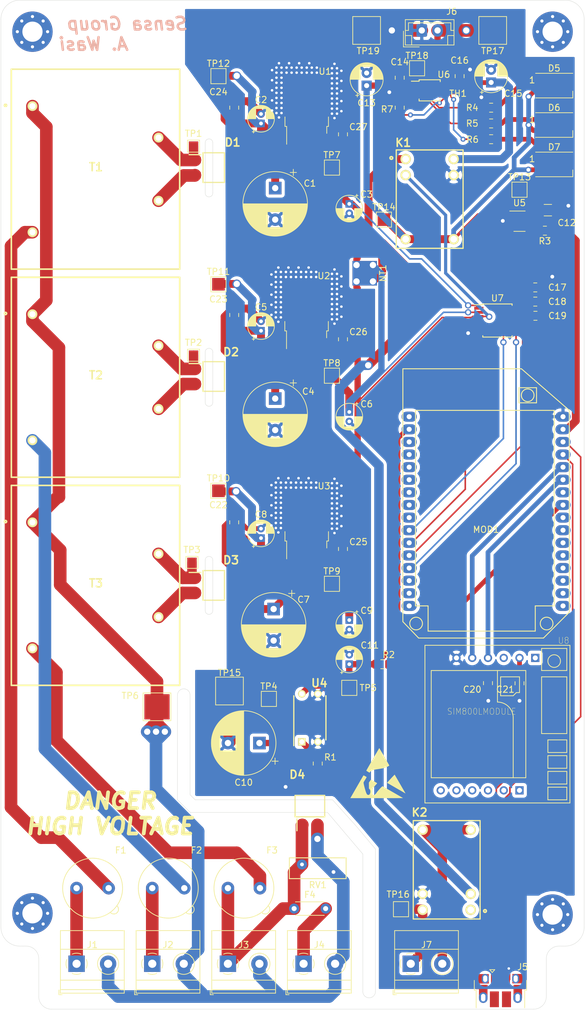
<source format=kicad_pcb>
(kicad_pcb (version 20171130) (host pcbnew "(5.1.4)-1")
  (layers (0 F.Cu signal) (31 B.Cu signal) (34 B.Paste user) (35 F.Paste user) (36 B.SilkS user) (37 F.SilkS user) (38 B.Mask user) (39 F.Mask user) (44 Edge.Cuts user))
  (net 0 "")
  (net 1 12V1)
  (net 2 GEN-SIG)
  (net 3 5V1)
  (net 4 12V2)
  (net 5 5V2)
  (net 6 12V3)
  (net 7 5V3)
  (net 8 GEN-R)
  (net 9 +3V3)
  (net 10 +5V)
  (net 11 VDC)
  (net 12 "Net-(C17-Pad2)")
  (net 13 "Net-(C19-Pad2)")
  (net 14 "Net-(C20-Pad1)")
  (net 15 Earth)
  (net 16 P1-LOW)
  (net 17 P2-LOW)
  (net 18 P3-LOW)
  (net 19 GEN)
  (net 20 STAT1)
  (net 21 STAT2)
  (net 22 PG)
  (net 23 P1)
  (net 24 "Net-(F1-Pad2)")
  (net 25 "Net-(F2-Pad2)")
  (net 26 P2)
  (net 27 "Net-(F3-Pad2)")
  (net 28 "Net-(F4-Pad2)")
  (net 29 "Net-(J5-Pad6)")
  (net 30 "Net-(J5-Pad1)")
  (net 31 D-)
  (net 32 D+)
  (net 33 "Net-(J5-Pad4)")
  (net 34 12V_IN)
  (net 35 12V_PASS)
  (net 36 5VBUS)
  (net 37 "Net-(K2-Pad1)")
  (net 38 "Net-(MOD1-Pad1)")
  (net 39 "Net-(MOD1-Pad3)")
  (net 40 "Net-(MOD1-Pad4)")
  (net 41 "Net-(MOD1-Pad5)")
  (net 42 "Net-(MOD1-Pad6)")
  (net 43 "Net-(MOD1-Pad7)")
  (net 44 "Net-(MOD1-Pad8)")
  (net 45 "Net-(MOD1-Pad9)")
  (net 46 MOSI)
  (net 47 MISO)
  (net 48 CLK)
  (net 49 CS)
  (net 50 "Net-(MOD1-Pad14)")
  (net 51 "Net-(MOD1-Pad15)")
  (net 52 "Net-(MOD1-Pad16)")
  (net 53 TX)
  (net 54 RX)
  (net 55 "Net-(MOD1-Pad26)")
  (net 56 3.3VOut)
  (net 57 "Net-(MOD1-Pad24)")
  (net 58 "Net-(MOD1-Pad23)")
  (net 59 "Net-(MOD1-Pad22)")
  (net 60 "Net-(MOD1-Pad21)")
  (net 61 "Net-(MOD1-Pad20)")
  (net 62 "Net-(MOD1-Pad19)")
  (net 63 "Net-(MOD1-Pad18)")
  (net 64 "Net-(MOD1-Pad17)")
  (net 65 "Net-(R1-Pad1)")
  (net 66 "Net-(R3-Pad2)")
  (net 67 "Net-(R4-Pad2)")
  (net 68 "Net-(R5-Pad2)")
  (net 69 "Net-(R6-Pad2)")
  (net 70 "Net-(TH1-Pad2)")
  (net 71 "Net-(U7-Pad4)")
  (net 72 "Net-(U7-Pad5)")
  (net 73 "Net-(U7-Pad6)")
  (net 74 "Net-(U8-PadSPK)")
  (net 75 "Net-(U8-PadSPK+)")
  (net 76 "Net-(U8-PadMIC)")
  (net 77 "Net-(U8-PadMIC+)")
  (net 78 "Net-(U8-PadDTR)")
  (net 79 "Net-(U8-PadRST)")
  (net 80 "Net-(U8-PadNET)")
  (net 81 "Net-(U8-PadRING)")
  (net 82 PROG)
  (net 83 GND)
  (module Symbol:ESD-Logo_8.9x8mm_SilkScreen (layer F.Cu) (at 137.8 143.75)
    (fp_text reference REF** hide)
    (fp_text value ESD-Logo_8.9x8mm_SilkScreen hide)
  )
  (module TestPoint:TestPoint_Pad_1.5x1.5mm (layer F.Cu) (at 108.3 110.35)
    (fp_text reference TP3 (at 0 -1.998) (layer F.SilkS))
    (fp_text value TestPoint)
    (pad 1 smd rect (at 0 0) (size 1.5 1.5) (layers F.Cu F.Mask) (net 18 P3-LOW))
  )
  (module TestPoint:TestPoint_Pad_1.5x1.5mm (layer F.Cu) (at 108.55 44.35)
    (fp_text reference TP1 (at 0 -1.998) (layer F.SilkS))
    (fp_text value TestPoint)
    (pad 1 smd rect (at 0 0) (size 1.5 1.5) (layers F.Cu F.Mask) (net 16 P1-LOW))
  )
  (module TestPoint:TestPoint_Pad_1.5x1.5mm (layer F.Cu) (at 108.55 77.5)
    (fp_text reference TP2 (at 0 -1.998) (layer F.SilkS))
    (fp_text value TestPoint)
    (pad 1 smd rect (at 0 0) (size 1.5 1.5) (layers F.Cu F.Mask) (net 17 P2-LOW))
  )
  (module AcMonitoringSystem:ONION_OMEGA2 (layer F.Cu) (at 142.75 87.25)
    (fp_text reference MOD1 (at 12.2 17.9) (layer F.SilkS))
    (fp_text value Onion_Omega2)
    (pad 1 thru_hole oval (at 0 0) (size 2.4 1.6) (drill 0.8) (layers *.Cu *.Mask) (net 38 "Net-(MOD1-Pad1)"))
    (pad 2 thru_hole oval (at 0 2) (size 2.4 1.6) (drill 0.8) (layers *.Cu *.Mask) (net 2 GEN-SIG))
    (pad 3 thru_hole oval (at 0 4) (size 2.4 1.6) (drill 0.8) (layers *.Cu *.Mask) (net 39 "Net-(MOD1-Pad3)"))
    (pad 4 thru_hole oval (at 0 6) (size 2.4 1.6) (drill 0.8) (layers *.Cu *.Mask) (net 40 "Net-(MOD1-Pad4)"))
    (pad 5 thru_hole oval (at 0 8) (size 2.4 1.6) (drill 0.8) (layers *.Cu *.Mask) (net 41 "Net-(MOD1-Pad5)"))
    (pad 6 thru_hole oval (at 0 10) (size 2.4 1.6) (drill 0.8) (layers *.Cu *.Mask) (net 42 "Net-(MOD1-Pad6)"))
    (pad 7 thru_hole oval (at 0 12) (size 2.4 1.6) (drill 0.8) (layers *.Cu *.Mask) (net 43 "Net-(MOD1-Pad7)"))
    (pad 8 thru_hole oval (at 0 14) (size 2.4 1.6) (drill 0.8) (layers *.Cu *.Mask) (net 44 "Net-(MOD1-Pad8)"))
    (pad 9 thru_hole oval (at 0 16) (size 2.4 1.6) (drill 0.8) (layers *.Cu *.Mask) (net 45 "Net-(MOD1-Pad9)"))
    (pad 10 thru_hole oval (at 0 18) (size 2.4 1.6) (drill 0.8) (layers *.Cu *.Mask) (net 46 MOSI))
    (pad 11 thru_hole oval (at 0 20) (size 2.4 1.6) (drill 0.8) (layers *.Cu *.Mask) (net 47 MISO))
    (pad 12 thru_hole oval (at 0 22) (size 2.4 1.6) (drill 0.8) (layers *.Cu *.Mask) (net 48 CLK))
    (pad 13 thru_hole oval (at 0 24) (size 2.4 1.6) (drill 0.8) (layers *.Cu *.Mask) (net 49 CS))
    (pad 14 thru_hole oval (at 0 26) (size 2.4 1.6) (drill 0.8) (layers *.Cu *.Mask) (net 50 "Net-(MOD1-Pad14)"))
    (pad 15 thru_hole oval (at 0 28) (size 2.4 1.6) (drill 0.8) (layers *.Cu *.Mask) (net 51 "Net-(MOD1-Pad15)"))
    (pad 16 thru_hole oval (at 0 30) (size 2.4 1.6) (drill 0.8) (layers *.Cu *.Mask) (net 52 "Net-(MOD1-Pad16)"))
    (pad 32 thru_hole oval (at 24.4 0) (size 2.4 1.6) (drill 0.8) (layers *.Cu *.Mask) (net 83 GND))
    (pad 31 thru_hole oval (at 24.4 2) (size 2.4 1.6) (drill 0.8) (layers *.Cu *.Mask) (net 9 +3V3))
    (pad 30 thru_hole oval (at 24.4 4) (size 2.4 1.6) (drill 0.8) (layers *.Cu *.Mask) (net 32 D+))
    (pad 29 thru_hole oval (at 24.4 6) (size 2.4 1.6) (drill 0.8) (layers *.Cu *.Mask) (net 31 D-))
    (pad 28 thru_hole oval (at 24.4 8) (size 2.4 1.6) (drill 0.8) (layers *.Cu *.Mask) (net 53 TX))
    (pad 27 thru_hole oval (at 24.4 10) (size 2.4 1.6) (drill 0.8) (layers *.Cu *.Mask) (net 54 RX))
    (pad 26 thru_hole oval (at 24.4 12) (size 2.4 1.6) (drill 0.8) (layers *.Cu *.Mask) (net 55 "Net-(MOD1-Pad26)"))
    (pad 25 thru_hole oval (at 24.4 14) (size 2.4 1.6) (drill 0.8) (layers *.Cu *.Mask) (net 56 3.3VOut))
    (pad 24 thru_hole oval (at 24.4 16) (size 2.4 1.6) (drill 0.8) (layers *.Cu *.Mask) (net 57 "Net-(MOD1-Pad24)"))
    (pad 23 thru_hole oval (at 24.4 18) (size 2.4 1.6) (drill 0.8) (layers *.Cu *.Mask) (net 58 "Net-(MOD1-Pad23)"))
    (pad 22 thru_hole oval (at 24.4 20) (size 2.4 1.6) (drill 0.8) (layers *.Cu *.Mask) (net 59 "Net-(MOD1-Pad22)"))
    (pad 21 thru_hole oval (at 24.4 22) (size 2.4 1.6) (drill 0.8) (layers *.Cu *.Mask) (net 60 "Net-(MOD1-Pad21)"))
    (pad 20 thru_hole oval (at 24.4 24) (size 2.4 1.6) (drill 0.8) (layers *.Cu *.Mask) (net 61 "Net-(MOD1-Pad20)"))
    (pad 19 thru_hole oval (at 24.4 26) (size 2.4 1.6) (drill 0.8) (layers *.Cu *.Mask) (net 62 "Net-(MOD1-Pad19)"))
    (pad 18 thru_hole oval (at 24.4 28) (size 2.4 1.6) (drill 0.8) (layers *.Cu *.Mask) (net 63 "Net-(MOD1-Pad18)"))
    (pad 17 thru_hole oval (at 24.4 30) (size 2.4 1.6) (drill 0.8) (layers *.Cu *.Mask) (net 64 "Net-(MOD1-Pad17)"))
  )
  (module 44159:44159 (layer F.Cu) (at 93 48 270)
    (fp_text reference T1 (at -0.3366 -0.07429 180) (layer F.SilkS) (effects (font (size 1.27 1.27) (thickness 0.254))))
    (fp_text value 44159 hide)
    (pad 1 thru_hole circle (at -10 10) (size 1.55 1.55) (drill 1) (layers *.Cu *.Mask F.SilkS) (net 15 Earth))
    (pad 5 thru_hole circle (at 10 10) (size 1.55 1.55) (drill 1) (layers *.Cu *.Mask F.SilkS) (net 24 "Net-(F1-Pad2)"))
    (pad 9 thru_hole circle (at -5 -10) (size 1.55 1.55) (drill 1) (layers *.Cu *.Mask F.SilkS) (net 16 P1-LOW))
    (pad 7 thru_hole circle (at 5 -10) (size 1.55 1.55) (drill 1) (layers *.Cu *.Mask F.SilkS) (net 15 Earth))
  )
  (module MountingHole:MountingHole_3.2mm_M3_Pad_Via (layer F.Cu) (at 83 166)
    (fp_text reference H4 hide)
    (fp_text value MountingHole)
    (pad 1 thru_hole circle (at 1.697056 -1.697056) (size 0.8 0.8) (drill 0.5) (layers *.Cu *.Mask))
    (pad 1 thru_hole circle (at 0 -2.4) (size 0.8 0.8) (drill 0.5) (layers *.Cu *.Mask))
    (pad 1 thru_hole circle (at -1.697056 -1.697056) (size 0.8 0.8) (drill 0.5) (layers *.Cu *.Mask))
    (pad 1 thru_hole circle (at -2.4 0) (size 0.8 0.8) (drill 0.5) (layers *.Cu *.Mask))
    (pad 1 thru_hole circle (at -1.697056 1.697056) (size 0.8 0.8) (drill 0.5) (layers *.Cu *.Mask))
    (pad 1 thru_hole circle (at 0 2.4) (size 0.8 0.8) (drill 0.5) (layers *.Cu *.Mask))
    (pad 1 thru_hole circle (at 1.697056 1.697056) (size 0.8 0.8) (drill 0.5) (layers *.Cu *.Mask))
    (pad 1 thru_hole circle (at 2.4 0) (size 0.8 0.8) (drill 0.5) (layers *.Cu *.Mask))
    (pad 1 thru_hole circle (at 0 0) (size 6.4 6.4) (drill 3.2) (layers *.Cu *.Mask))
  )
  (module MountingHole:MountingHole_3.2mm_M3_Pad_Via (layer F.Cu) (at 83 26.2)
    (fp_text reference H1 hide)
    (fp_text value MountingHole)
    (pad 1 thru_hole circle (at 1.697056 -1.697056) (size 0.8 0.8) (drill 0.5) (layers *.Cu *.Mask))
    (pad 1 thru_hole circle (at 0 -2.4) (size 0.8 0.8) (drill 0.5) (layers *.Cu *.Mask))
    (pad 1 thru_hole circle (at -1.697056 -1.697056) (size 0.8 0.8) (drill 0.5) (layers *.Cu *.Mask))
    (pad 1 thru_hole circle (at -2.4 0) (size 0.8 0.8) (drill 0.5) (layers *.Cu *.Mask))
    (pad 1 thru_hole circle (at -1.697056 1.697056) (size 0.8 0.8) (drill 0.5) (layers *.Cu *.Mask))
    (pad 1 thru_hole circle (at 0 2.4) (size 0.8 0.8) (drill 0.5) (layers *.Cu *.Mask))
    (pad 1 thru_hole circle (at 1.697056 1.697056) (size 0.8 0.8) (drill 0.5) (layers *.Cu *.Mask))
    (pad 1 thru_hole circle (at 2.4 0) (size 0.8 0.8) (drill 0.5) (layers *.Cu *.Mask))
    (pad 1 thru_hole circle (at 0 0) (size 6.4 6.4) (drill 3.2) (layers *.Cu *.Mask))
  )
  (module MountingHole:MountingHole_3.2mm_M3_Pad_Via (layer F.Cu) (at 165.5 26.2)
    (fp_text reference H2 hide)
    (fp_text value MountingHole)
    (pad 1 thru_hole circle (at 0 0) (size 6.4 6.4) (drill 3.2) (layers *.Cu *.Mask))
    (pad 1 thru_hole circle (at 2.4 0) (size 0.8 0.8) (drill 0.5) (layers *.Cu *.Mask))
    (pad 1 thru_hole circle (at 1.697056 1.697056) (size 0.8 0.8) (drill 0.5) (layers *.Cu *.Mask))
    (pad 1 thru_hole circle (at 0 2.4) (size 0.8 0.8) (drill 0.5) (layers *.Cu *.Mask))
    (pad 1 thru_hole circle (at -1.697056 1.697056) (size 0.8 0.8) (drill 0.5) (layers *.Cu *.Mask))
    (pad 1 thru_hole circle (at -2.4 0) (size 0.8 0.8) (drill 0.5) (layers *.Cu *.Mask))
    (pad 1 thru_hole circle (at -1.697056 -1.697056) (size 0.8 0.8) (drill 0.5) (layers *.Cu *.Mask))
    (pad 1 thru_hole circle (at 0 -2.4) (size 0.8 0.8) (drill 0.5) (layers *.Cu *.Mask))
    (pad 1 thru_hole circle (at 1.697056 -1.697056) (size 0.8 0.8) (drill 0.5) (layers *.Cu *.Mask))
  )
  (module MountingHole:MountingHole_3.2mm_M3_Pad_Via (layer F.Cu) (at 165.5 166.2)
    (fp_text reference H4 hide)
    (fp_text value MountingHole)
    (pad 1 thru_hole circle (at 0 0) (size 6.4 6.4) (drill 3.2) (layers *.Cu *.Mask))
    (pad 1 thru_hole circle (at 2.4 0) (size 0.8 0.8) (drill 0.5) (layers *.Cu *.Mask))
    (pad 1 thru_hole circle (at 1.697056 1.697056) (size 0.8 0.8) (drill 0.5) (layers *.Cu *.Mask))
    (pad 1 thru_hole circle (at 0 2.4) (size 0.8 0.8) (drill 0.5) (layers *.Cu *.Mask))
    (pad 1 thru_hole circle (at -1.697056 1.697056) (size 0.8 0.8) (drill 0.5) (layers *.Cu *.Mask))
    (pad 1 thru_hole circle (at -2.4 0) (size 0.8 0.8) (drill 0.5) (layers *.Cu *.Mask))
    (pad 1 thru_hole circle (at -1.697056 -1.697056) (size 0.8 0.8) (drill 0.5) (layers *.Cu *.Mask))
    (pad 1 thru_hole circle (at 0 -2.4) (size 0.8 0.8) (drill 0.5) (layers *.Cu *.Mask))
    (pad 1 thru_hole circle (at 1.697056 -1.697056) (size 0.8 0.8) (drill 0.5) (layers *.Cu *.Mask))
  )
  (module Capacitor_THT:CP_Radial_D10.0mm_P5.00mm (layer F.Cu) (at 121.5 51 270)
    (fp_text reference C1 (at -0.75 -5.5 180) (layer F.SilkS))
    (fp_text value 1000uF)
    (pad 1 thru_hole rect (at 0 0 270) (size 2 2) (drill 1) (layers *.Cu *.Mask) (net 1 12V1))
    (pad 2 thru_hole circle (at 5 0 270) (size 2 2) (drill 1) (layers *.Cu *.Mask) (net 83 GND))
  )
  (module Capacitor_THT:CP_Radial_D4.0mm_P1.50mm (layer F.Cu) (at 119.25 40.75 90)
    (fp_text reference C2 (at 3.75 0 180) (layer F.SilkS))
    (fp_text value 0.33uF)
    (pad 1 thru_hole rect (at 0 0 90) (size 1.2 1.2) (drill 0.6) (layers *.Cu *.Mask) (net 1 12V1))
    (pad 2 thru_hole circle (at 1.5 0 90) (size 1.2 1.2) (drill 0.6) (layers *.Cu *.Mask) (net 83 GND))
  )
  (module Capacitor_THT:CP_Radial_D4.0mm_P1.50mm (layer F.Cu) (at 133.25 53.5 270)
    (fp_text reference C3 (at -1.5 -2.75 180) (layer F.SilkS))
    (fp_text value 0.1uF)
    (pad 2 thru_hole circle (at 1.5 0 270) (size 1.2 1.2) (drill 0.6) (layers *.Cu *.Mask) (net 83 GND))
    (pad 1 thru_hole rect (at 0 0 270) (size 1.2 1.2) (drill 0.6) (layers *.Cu *.Mask) (net 3 5V1))
  )
  (module Capacitor_THT:CP_Radial_D10.0mm_P5.00mm (layer F.Cu) (at 121.5 84.375 270)
    (fp_text reference C4 (at -1.125 -5.25 180) (layer F.SilkS))
    (fp_text value 1000uF)
    (pad 2 thru_hole circle (at 5 0 270) (size 2 2) (drill 1) (layers *.Cu *.Mask) (net 83 GND))
    (pad 1 thru_hole rect (at 0 0 270) (size 2 2) (drill 1) (layers *.Cu *.Mask) (net 4 12V2))
  )
  (module Capacitor_THT:CP_Radial_D4.0mm_P1.50mm (layer F.Cu) (at 119.25 73.625 90)
    (fp_text reference C5 (at 3.75 0 180) (layer F.SilkS))
    (fp_text value 0.33uF)
    (pad 1 thru_hole rect (at 0 0 90) (size 1.2 1.2) (drill 0.6) (layers *.Cu *.Mask) (net 4 12V2))
    (pad 2 thru_hole circle (at 1.5 0 90) (size 1.2 1.2) (drill 0.6) (layers *.Cu *.Mask) (net 83 GND))
  )
  (module Capacitor_THT:CP_Radial_D4.0mm_P1.50mm (layer F.Cu) (at 133.25 86.5 270)
    (fp_text reference C6 (at -1.25 -2.75 180) (layer F.SilkS))
    (fp_text value 0.1uF)
    (pad 1 thru_hole rect (at 0 0 270) (size 1.2 1.2) (drill 0.6) (layers *.Cu *.Mask) (net 5 5V2))
    (pad 2 thru_hole circle (at 1.5 0 270) (size 1.2 1.2) (drill 0.6) (layers *.Cu *.Mask) (net 83 GND))
  )
  (module Capacitor_THT:CP_Radial_D10.0mm_P5.00mm (layer F.Cu) (at 121.25 117.75 270)
    (fp_text reference C7 (at -1.5 -4.75 180) (layer F.SilkS))
    (fp_text value 1000uF)
    (pad 2 thru_hole circle (at 5 0 270) (size 2 2) (drill 1) (layers *.Cu *.Mask) (net 83 GND))
    (pad 1 thru_hole rect (at 0 0 270) (size 2 2) (drill 1) (layers *.Cu *.Mask) (net 6 12V3))
  )
  (module Capacitor_THT:CP_Radial_D4.0mm_P1.50mm (layer F.Cu) (at 119.25 106.5 90)
    (fp_text reference C8 (at 3.75 0 180) (layer F.SilkS))
    (fp_text value 0.33uF)
    (pad 2 thru_hole circle (at 1.5 0 90) (size 1.2 1.2) (drill 0.6) (layers *.Cu *.Mask) (net 83 GND))
    (pad 1 thru_hole rect (at 0 0 90) (size 1.2 1.2) (drill 0.6) (layers *.Cu *.Mask) (net 6 12V3))
  )
  (module Capacitor_THT:CP_Radial_D4.0mm_P1.50mm (layer F.Cu) (at 133.25 119.5 270)
    (fp_text reference C9 (at -1.5 -2.75 180) (layer F.SilkS))
    (fp_text value 0.1uF)
    (pad 1 thru_hole rect (at 0 0 270) (size 1.2 1.2) (drill 0.6) (layers *.Cu *.Mask) (net 7 5V3))
    (pad 2 thru_hole circle (at 1.5 0 270) (size 1.2 1.2) (drill 0.6) (layers *.Cu *.Mask) (net 83 GND))
  )
  (module Capacitor_THT:CP_Radial_D10.0mm_P5.00mm (layer F.Cu) (at 119 139 180)
    (fp_text reference C10 (at 2.5 -6.25) (layer F.SilkS))
    (fp_text value 1000uF)
    (pad 1 thru_hole rect (at 0 0 180) (size 2 2) (drill 1) (layers *.Cu *.Mask) (net 8 GEN-R))
    (pad 2 thru_hole circle (at 5 0 180) (size 2 2) (drill 1) (layers *.Cu *.Mask) (net 83 GND))
  )
  (module Capacitor_THT:CP_Radial_D4.0mm_P1.50mm (layer F.Cu) (at 133.25 126.5 90)
    (fp_text reference C11 (at 3 3.25 180) (layer F.SilkS))
    (fp_text value 0.1uF)
    (pad 2 thru_hole circle (at 1.5 0 90) (size 1.2 1.2) (drill 0.6) (layers *.Cu *.Mask) (net 83 GND))
    (pad 1 thru_hole rect (at 0 0 90) (size 1.2 1.2) (drill 0.6) (layers *.Cu *.Mask) (net 2 GEN-SIG))
  )
  (module Capacitor_SMD:C_1206_3216Metric_Pad1.42x1.75mm_HandSolder (layer F.Cu) (at 164.75 54.5 180)
    (fp_text reference C12 (at -3 -2) (layer F.SilkS))
    (fp_text value "Tantal 1uF")
    (pad 1 smd roundrect (at -1.4875 0 180) (size 1.425 1.75) (layers F.Cu F.Paste F.Mask) (roundrect_rratio 0.175439) (net 83 GND))
    (pad 2 smd roundrect (at 1.4875 0 180) (size 1.425 1.75) (layers F.Cu F.Paste F.Mask) (roundrect_rratio 0.175439) (net 9 +3V3))
  )
  (module Capacitor_THT:CP_Radial_D5.0mm_P2.00mm (layer F.Cu) (at 136 34.75 90)
    (fp_text reference C13 (at -2.75 0 180) (layer F.SilkS))
    (fp_text value 1uF)
    (pad 2 thru_hole circle (at 2 0 90) (size 1.6 1.6) (drill 0.8) (layers *.Cu *.Mask) (net 83 GND))
    (pad 1 thru_hole rect (at 0 0 90) (size 1.6 1.6) (drill 0.8) (layers *.Cu *.Mask) (net 10 +5V))
  )
  (module Capacitor_SMD:C_0805_2012Metric_Pad1.15x1.40mm_HandSolder (layer F.Cu) (at 141.25 33.5 270)
    (fp_text reference C14 (at -2.5 0 180) (layer F.SilkS))
    (fp_text value 1uF)
    (pad 2 smd roundrect (at 1.025 0 270) (size 1.15 1.4) (layers F.Cu F.Paste F.Mask) (roundrect_rratio 0.217391) (net 83 GND))
    (pad 1 smd roundrect (at -1.025 0 270) (size 1.15 1.4) (layers F.Cu F.Paste F.Mask) (roundrect_rratio 0.217391) (net 10 +5V))
  )
  (module Capacitor_THT:CP_Radial_D5.0mm_P2.00mm (layer F.Cu) (at 155.75 34.25 90)
    (fp_text reference C15 (at -1.75 3.5 180) (layer F.SilkS))
    (fp_text value 1uF)
    (pad 1 thru_hole rect (at 0 0 90) (size 1.6 1.6) (drill 0.8) (layers *.Cu *.Mask) (net 11 VDC))
    (pad 2 thru_hole circle (at 2 0 90) (size 1.6 1.6) (drill 0.8) (layers *.Cu *.Mask) (net 83 GND))
  )
  (module Capacitor_SMD:C_0805_2012Metric_Pad1.15x1.40mm_HandSolder (layer F.Cu) (at 150.75 33.25 90)
    (fp_text reference C16 (at 2.5 0 180) (layer F.SilkS))
    (fp_text value 1uF)
    (pad 2 smd roundrect (at 1.025 0 90) (size 1.15 1.4) (layers F.Cu F.Paste F.Mask) (roundrect_rratio 0.217391) (net 83 GND))
    (pad 1 smd roundrect (at -1.025 0 90) (size 1.15 1.4) (layers F.Cu F.Paste F.Mask) (roundrect_rratio 0.217391) (net 11 VDC))
  )
  (module Capacitor_SMD:C_0805_2012Metric_Pad1.15x1.40mm_HandSolder (layer F.Cu) (at 162.75 66.75 180)
    (fp_text reference C17 (at -3.5 0) (layer F.SilkS))
    (fp_text value 10uF)
    (pad 1 smd roundrect (at -1.025 0 180) (size 1.15 1.4) (layers F.Cu F.Paste F.Mask) (roundrect_rratio 0.217391) (net 83 GND))
    (pad 2 smd roundrect (at 1.025 0 180) (size 1.15 1.4) (layers F.Cu F.Paste F.Mask) (roundrect_rratio 0.217391) (net 12 "Net-(C17-Pad2)"))
  )
  (module Capacitor_SMD:C_0805_2012Metric_Pad1.15x1.40mm_HandSolder (layer F.Cu) (at 162.75 69 180)
    (fp_text reference C18 (at -3.5 0) (layer F.SilkS))
    (fp_text value 1uF)
    (pad 2 smd roundrect (at 1.025 0 180) (size 1.15 1.4) (layers F.Cu F.Paste F.Mask) (roundrect_rratio 0.217391) (net 12 "Net-(C17-Pad2)"))
    (pad 1 smd roundrect (at -1.025 0 180) (size 1.15 1.4) (layers F.Cu F.Paste F.Mask) (roundrect_rratio 0.217391) (net 83 GND))
  )
  (module Capacitor_SMD:C_0805_2012Metric_Pad1.15x1.40mm_HandSolder (layer F.Cu) (at 162.775 71.25 180)
    (fp_text reference C19 (at -3.5 0) (layer F.SilkS))
    (fp_text value 1uF)
    (pad 2 smd roundrect (at 1.025 0 180) (size 1.15 1.4) (layers F.Cu F.Paste F.Mask) (roundrect_rratio 0.217391) (net 13 "Net-(C19-Pad2)"))
    (pad 1 smd roundrect (at -1.025 0 180) (size 1.15 1.4) (layers F.Cu F.Paste F.Mask) (roundrect_rratio 0.217391) (net 83 GND))
  )
  (module Capacitor_SMD:C_0805_2012Metric_Pad1.15x1.40mm_HandSolder (layer F.Cu) (at 155.25 129.5 270)
    (fp_text reference C20 (at 1 2.5 180) (layer F.SilkS))
    (fp_text value 1uF)
    (pad 1 smd roundrect (at -1.025 0 270) (size 1.15 1.4) (layers F.Cu F.Paste F.Mask) (roundrect_rratio 0.217391) (net 14 "Net-(C20-Pad1)"))
    (pad 2 smd roundrect (at 1.025 0 270) (size 1.15 1.4) (layers F.Cu F.Paste F.Mask) (roundrect_rratio 0.217391) (net 83 GND))
  )
  (module Capacitor_SMD:C_0805_2012Metric_Pad1.15x1.40mm_HandSolder (layer F.Cu) (at 160.25 129.525 270)
    (fp_text reference C21 (at 0.975 2.25 180) (layer F.SilkS))
    (fp_text value 10uF)
    (pad 1 smd roundrect (at -1.025 0 270) (size 1.15 1.4) (layers F.Cu F.Paste F.Mask) (roundrect_rratio 0.217391) (net 14 "Net-(C20-Pad1)"))
    (pad 2 smd roundrect (at 1.025 0 270) (size 1.15 1.4) (layers F.Cu F.Paste F.Mask) (roundrect_rratio 0.217391) (net 83 GND))
  )
  (module Capacitor_SMD:C_0805_2012Metric_Pad1.15x1.40mm_HandSolder (layer F.Cu) (at 115 104 90)
    (fp_text reference C22 (at 2.75 -2.5 180) (layer F.SilkS))
    (fp_text value 10uF)
    (pad 2 smd roundrect (at 1.025 0 90) (size 1.15 1.4) (layers F.Cu F.Paste F.Mask) (roundrect_rratio 0.217391) (net 83 GND))
    (pad 1 smd roundrect (at -1.025 0 90) (size 1.15 1.4) (layers F.Cu F.Paste F.Mask) (roundrect_rratio 0.217391) (net 6 12V3))
  )
  (module Capacitor_SMD:C_0805_2012Metric_Pad1.15x1.40mm_HandSolder (layer F.Cu) (at 115 71.125 90)
    (fp_text reference C23 (at 2.5 -2.5 180) (layer F.SilkS))
    (fp_text value 10uF)
    (pad 1 smd roundrect (at -1.025 0 90) (size 1.15 1.4) (layers F.Cu F.Paste F.Mask) (roundrect_rratio 0.217391) (net 4 12V2))
    (pad 2 smd roundrect (at 1.025 0 90) (size 1.15 1.4) (layers F.Cu F.Paste F.Mask) (roundrect_rratio 0.217391) (net 83 GND))
  )
  (module Capacitor_SMD:C_0805_2012Metric_Pad1.15x1.40mm_HandSolder (layer F.Cu) (at 115 38.25 90)
    (fp_text reference C24 (at 2.5 -2.5 180) (layer F.SilkS))
    (fp_text value 10uF)
    (pad 1 smd roundrect (at -1.025 0 90) (size 1.15 1.4) (layers F.Cu F.Paste F.Mask) (roundrect_rratio 0.217391) (net 1 12V1))
    (pad 2 smd roundrect (at 1.025 0 90) (size 1.15 1.4) (layers F.Cu F.Paste F.Mask) (roundrect_rratio 0.217391) (net 83 GND))
  )
  (module Capacitor_SMD:C_0805_2012Metric_Pad1.15x1.40mm_HandSolder (layer F.Cu) (at 132.25 108.225 90)
    (fp_text reference C25 (at 1.125 2.45 180) (layer F.SilkS))
    (fp_text value 1uF)
    (pad 1 smd roundrect (at -1.025 0 90) (size 1.15 1.4) (layers F.Cu F.Paste F.Mask) (roundrect_rratio 0.217391) (net 7 5V3))
    (pad 2 smd roundrect (at 1.025 0 90) (size 1.15 1.4) (layers F.Cu F.Paste F.Mask) (roundrect_rratio 0.217391) (net 83 GND))
  )
  (module Capacitor_SMD:C_0805_2012Metric_Pad1.15x1.40mm_HandSolder (layer F.Cu) (at 132.25 74.975 90)
    (fp_text reference C26 (at 1.175 2.45 180) (layer F.SilkS))
    (fp_text value 1uF)
    (pad 2 smd roundrect (at 1.025 0 90) (size 1.15 1.4) (layers F.Cu F.Paste F.Mask) (roundrect_rratio 0.217391) (net 83 GND))
    (pad 1 smd roundrect (at -1.025 0 90) (size 1.15 1.4) (layers F.Cu F.Paste F.Mask) (roundrect_rratio 0.217391) (net 5 5V2))
  )
  (module Capacitor_SMD:C_0805_2012Metric_Pad1.15x1.40mm_HandSolder (layer F.Cu) (at 132.25 42.475 90)
    (fp_text reference C27 (at 1.175 2.45 180) (layer F.SilkS))
    (fp_text value 1uF)
    (pad 1 smd roundrect (at -1.025 0 90) (size 1.15 1.4) (layers F.Cu F.Paste F.Mask) (roundrect_rratio 0.217391) (net 3 5V1))
    (pad 2 smd roundrect (at 1.025 0 90) (size 1.15 1.4) (layers F.Cu F.Paste F.Mask) (roundrect_rratio 0.217391) (net 83 GND))
  )
  (module MBS10_RC:SOP240P690X290-4N (layer F.Cu) (at 111.75 47.75)
    (fp_text reference D1 (at 3 -4) (layer F.SilkS) (effects (font (size 1.27 1.27) (thickness 0.254))))
    (fp_text value MBS10_RC hide)
    (pad 4 smd rect (at 2.975 -1.2 90) (size 1 1.85) (layers F.Cu F.Paste F.Mask) (net 83 GND))
    (pad 3 smd rect (at 2.975 1.2 90) (size 1 1.85) (layers F.Cu F.Paste F.Mask) (net 1 12V1))
    (pad 2 smd rect (at -2.975 1.2 90) (size 1 1.85) (layers F.Cu F.Paste F.Mask) (net 15 Earth))
    (pad 1 smd rect (at -2.975 -1.2 90) (size 1 1.85) (layers F.Cu F.Paste F.Mask) (net 16 P1-LOW))
  )
  (module MBS10_RC:SOP240P690X290-4N (layer F.Cu) (at 111.75 80.875)
    (fp_text reference D2 (at 2.75 -3.875) (layer F.SilkS) (effects (font (size 1.27 1.27) (thickness 0.254))))
    (fp_text value MBS10_RC hide)
    (pad 1 smd rect (at -2.975 -1.2 90) (size 1 1.85) (layers F.Cu F.Paste F.Mask) (net 17 P2-LOW))
    (pad 2 smd rect (at -2.975 1.2 90) (size 1 1.85) (layers F.Cu F.Paste F.Mask) (net 15 Earth))
    (pad 3 smd rect (at 2.975 1.2 90) (size 1 1.85) (layers F.Cu F.Paste F.Mask) (net 4 12V2))
    (pad 4 smd rect (at 2.975 -1.2 90) (size 1 1.85) (layers F.Cu F.Paste F.Mask) (net 83 GND))
  )
  (module MBS10_RC:SOP240P690X290-4N (layer F.Cu) (at 111.75 114)
    (fp_text reference D3 (at 2.75 -4) (layer F.SilkS) (effects (font (size 1.27 1.27) (thickness 0.254))))
    (fp_text value MBS10_RC hide)
    (pad 4 smd rect (at 2.975 -1.2 90) (size 1 1.85) (layers F.Cu F.Paste F.Mask) (net 83 GND))
    (pad 3 smd rect (at 2.975 1.2 90) (size 1 1.85) (layers F.Cu F.Paste F.Mask) (net 6 12V3))
    (pad 2 smd rect (at -2.975 1.2 90) (size 1 1.85) (layers F.Cu F.Paste F.Mask) (net 15 Earth))
    (pad 1 smd rect (at -2.975 -1.2 90) (size 1 1.85) (layers F.Cu F.Paste F.Mask) (net 18 P3-LOW))
  )
  (module MBS10_RC:SOP240P690X290-4N (layer F.Cu) (at 127 149 90)
    (fp_text reference D4 (at 5 -2 180) (layer F.SilkS) (effects (font (size 1.27 1.27) (thickness 0.254))))
    (fp_text value MBS10_RC hide)
    (pad 1 smd rect (at -2.975 -1.2 180) (size 1 1.85) (layers F.Cu F.Paste F.Mask) (net 19 GEN))
    (pad 2 smd rect (at -2.975 1.2 180) (size 1 1.85) (layers F.Cu F.Paste F.Mask) (net 15 Earth))
    (pad 3 smd rect (at 2.975 1.2 180) (size 1 1.85) (layers F.Cu F.Paste F.Mask) (net 8 GEN-R))
    (pad 4 smd rect (at 2.975 -1.2 180) (size 1 1.85) (layers F.Cu F.Paste F.Mask) (net 83 GND))
  )
  (module LED_SMD:LED_SK6812MINI_PLCC4_3.5x3.5mm_P1.75mm (layer F.Cu) (at 165.75 34.75)
    (fp_text reference D5 (at 0 -2.75) (layer F.SilkS))
    (fp_text value LED)
    (fp_text user 1 (at -3.5 -0.875) (layer F.SilkS))
    (pad 3 smd rect (at 1.75 0.875) (size 1.6 0.85) (layers F.Cu F.Paste F.Mask))
    (pad 4 smd rect (at 1.75 -0.875) (size 1.6 0.85) (layers F.Cu F.Paste F.Mask))
    (pad 2 smd rect (at -1.75 0.875) (size 1.6 0.85) (layers F.Cu F.Paste F.Mask) (net 10 +5V))
    (pad 1 smd rect (at -1.75 -0.875) (size 1.6 0.85) (layers F.Cu F.Paste F.Mask) (net 20 STAT1))
  )
  (module LED_SMD:LED_SK6812MINI_PLCC4_3.5x3.5mm_P1.75mm (layer F.Cu) (at 165.75 41)
    (fp_text reference D6 (at 0 -2.75) (layer F.SilkS))
    (fp_text value LED)
    (fp_text user 1 (at -3.5 -0.875) (layer F.SilkS))
    (pad 3 smd rect (at 1.75 0.875) (size 1.6 0.85) (layers F.Cu F.Paste F.Mask))
    (pad 4 smd rect (at 1.75 -0.875) (size 1.6 0.85) (layers F.Cu F.Paste F.Mask))
    (pad 2 smd rect (at -1.75 0.875) (size 1.6 0.85) (layers F.Cu F.Paste F.Mask) (net 10 +5V))
    (pad 1 smd rect (at -1.75 -0.875) (size 1.6 0.85) (layers F.Cu F.Paste F.Mask) (net 21 STAT2))
  )
  (module LED_SMD:LED_SK6812MINI_PLCC4_3.5x3.5mm_P1.75mm (layer F.Cu) (at 165.75 47.25)
    (fp_text reference D7 (at 0 -2.75) (layer F.SilkS))
    (fp_text value LED)
    (fp_text user 1 (at -3.5 -0.875) (layer F.SilkS))
    (pad 1 smd rect (at -1.75 -0.875) (size 1.6 0.85) (layers F.Cu F.Paste F.Mask) (net 22 PG))
    (pad 2 smd rect (at -1.75 0.875) (size 1.6 0.85) (layers F.Cu F.Paste F.Mask) (net 10 +5V))
    (pad 4 smd rect (at 1.75 -0.875) (size 1.6 0.85) (layers F.Cu F.Paste F.Mask))
    (pad 3 smd rect (at 1.75 0.875) (size 1.6 0.85) (layers F.Cu F.Paste F.Mask))
  )
  (module Fuse:Fuseholder_TR5_Littelfuse_No560_No460 (layer F.Cu) (at 90 162)
    (fp_text reference F1 (at 7 -6) (layer F.SilkS))
    (fp_text value Fuse)
    (pad 1 thru_hole circle (at 0 0) (size 2 2) (drill 1) (layers *.Cu *.Mask) (net 23 P1))
    (pad 2 thru_hole circle (at 5.08 0.01) (size 2 2) (drill 1) (layers *.Cu *.Mask) (net 24 "Net-(F1-Pad2)"))
  )
  (module Fuse:Fuseholder_TR5_Littelfuse_No560_No460 (layer F.Cu) (at 102 162)
    (fp_text reference F2 (at 7 -6) (layer F.SilkS))
    (fp_text value Fuse)
    (pad 2 thru_hole circle (at 5.08 0.01) (size 2 2) (drill 1) (layers *.Cu *.Mask) (net 25 "Net-(F2-Pad2)"))
    (pad 1 thru_hole circle (at 0 0) (size 2 2) (drill 1) (layers *.Cu *.Mask) (net 26 P2))
  )
  (module Fuse:Fuseholder_TR5_Littelfuse_No560_No460 (layer F.Cu) (at 114 162)
    (fp_text reference F3 (at 7 -6) (layer F.SilkS))
    (fp_text value Fuse)
    (pad 1 thru_hole circle (at 0 0) (size 2 2) (drill 1) (layers *.Cu *.Mask) (net 19 GEN))
    (pad 2 thru_hole circle (at 5.08 0.01) (size 2 2) (drill 1) (layers *.Cu *.Mask) (net 27 "Net-(F3-Pad2)"))
  )
  (module Capacitor_THT:C_Disc_D4.3mm_W1.9mm_P5.00mm (layer F.Cu) (at 124.5 165.25)
    (fp_text reference F4 (at 2.5 -2.2) (layer F.SilkS))
    (fp_text value Polyfuse)
    (pad 1 thru_hole circle (at 0 0) (size 1.6 1.6) (drill 0.8) (layers *.Cu *.Mask) (net 19 GEN))
    (pad 2 thru_hole circle (at 5 0) (size 1.6 1.6) (drill 0.8) (layers *.Cu *.Mask) (net 28 "Net-(F4-Pad2)"))
  )
  (module TerminalBlock_Phoenix:TerminalBlock_Phoenix_MKDS-1,5-2_1x02_P5.00mm_Horizontal (layer F.Cu) (at 90 174)
    (fp_text reference J1 (at 2.5 -3) (layer F.SilkS))
    (fp_text value Phase_1)
    (pad 1 thru_hole rect (at 0 0) (size 2.6 2.6) (drill 1.3) (layers *.Cu *.Mask) (net 23 P1))
    (pad 2 thru_hole circle (at 5 0) (size 2.6 2.6) (drill 1.3) (layers *.Cu *.Mask) (net 15 Earth))
  )
  (module TerminalBlock_Phoenix:TerminalBlock_Phoenix_MKDS-1,5-2_1x02_P5.00mm_Horizontal (layer F.Cu) (at 102 174)
    (fp_text reference J2 (at 2.5 -3) (layer F.SilkS))
    (fp_text value Phase_2)
    (pad 1 thru_hole rect (at 0 0) (size 2.6 2.6) (drill 1.3) (layers *.Cu *.Mask) (net 26 P2))
    (pad 2 thru_hole circle (at 5 0) (size 2.6 2.6) (drill 1.3) (layers *.Cu *.Mask) (net 15 Earth))
  )
  (module TerminalBlock_Phoenix:TerminalBlock_Phoenix_MKDS-1,5-2_1x02_P5.00mm_Horizontal (layer F.Cu) (at 114 174)
    (fp_text reference J3 (at 2.5 -3) (layer F.SilkS))
    (fp_text value Phase_3)
    (pad 2 thru_hole circle (at 5 0) (size 2.6 2.6) (drill 1.3) (layers *.Cu *.Mask) (net 15 Earth))
    (pad 1 thru_hole rect (at 0 0) (size 2.6 2.6) (drill 1.3) (layers *.Cu *.Mask) (net 19 GEN))
  )
  (module TerminalBlock_Phoenix:TerminalBlock_Phoenix_MKDS-1,5-2_1x02_P5.00mm_Horizontal (layer F.Cu) (at 126 174)
    (fp_text reference J4 (at 2.5 -3) (layer F.SilkS))
    (fp_text value GENERATOR)
    (pad 1 thru_hole rect (at 0 0) (size 2.6 2.6) (drill 1.3) (layers *.Cu *.Mask) (net 28 "Net-(F4-Pad2)"))
    (pad 2 thru_hole circle (at 5 0) (size 2.6 2.6) (drill 1.3) (layers *.Cu *.Mask) (net 15 Earth))
  )
  (module Connector_USB:USB_Micro-B_Amphenol_10103594-0001LF_Horizontal (layer F.Cu) (at 157.25 178.25)
    (fp_text reference J5 (at 3.5 -3.75) (layer F.SilkS))
    (fp_text value USB_B_Mini)
    (pad 6 smd rect (at 2.725 0.185) (size 1.35 2) (layers F.Cu F.Paste F.Mask) (net 29 "Net-(J5-Pad6)"))
    (pad 6 smd rect (at -2.755 0.185) (size 1.35 2) (layers F.Cu F.Paste F.Mask) (net 29 "Net-(J5-Pad6)"))
    (pad 6 smd rect (at -2.975 -0.565) (size 1.825 0.7) (layers F.Cu F.Paste F.Mask) (net 29 "Net-(J5-Pad6)"))
    (pad 6 smd rect (at 2.975 -0.565) (size 1.825 0.7) (layers F.Cu F.Paste F.Mask) (net 29 "Net-(J5-Pad6)"))
    (pad 6 smd rect (at -2.875 -1.865) (size 2 1.5) (layers F.Cu F.Paste F.Mask) (net 29 "Net-(J5-Pad6)"))
    (pad 6 smd rect (at 2.875 -1.885) (size 2 1.5) (layers F.Cu F.Paste F.Mask) (net 29 "Net-(J5-Pad6)"))
    (pad 1 smd rect (at -1.325 -1.765 90) (size 1.65 0.4) (layers F.Cu F.Paste F.Mask) (net 30 "Net-(J5-Pad1)"))
    (pad 2 smd rect (at -0.675 -1.765 90) (size 1.65 0.4) (layers F.Cu F.Paste F.Mask) (net 31 D-))
    (pad 3 smd rect (at -0.025 -1.765 90) (size 1.65 0.4) (layers F.Cu F.Paste F.Mask) (net 32 D+))
    (pad 4 smd rect (at 0.625 -1.765 90) (size 1.65 0.4) (layers F.Cu F.Paste F.Mask) (net 33 "Net-(J5-Pad4)"))
    (pad 5 smd rect (at 1.275 -1.765 90) (size 1.65 0.4) (layers F.Cu F.Paste F.Mask) (net 83 GND))
    (pad 6 thru_hole oval (at -2.445 -1.885 90) (size 1.5 1.1) (drill oval 1.05 0.65) (layers *.Cu *.Mask) (net 29 "Net-(J5-Pad6)"))
    (pad 6 thru_hole oval (at 2.395 -1.885 90) (size 1.5 1.1) (drill oval 1.05 0.65) (layers *.Cu *.Mask) (net 29 "Net-(J5-Pad6)"))
    (pad 6 thru_hole oval (at -2.755 1.115 90) (size 1.7 1.35) (drill oval 1.2 0.7) (layers *.Cu *.Mask) (net 29 "Net-(J5-Pad6)"))
    (pad 6 thru_hole oval (at 2.705 1.115 90) (size 1.7 1.35) (drill oval 1.2 0.7) (layers *.Cu *.Mask) (net 29 "Net-(J5-Pad6)"))
    (pad 6 smd rect (at -0.985 1.385 90) (size 2.5 1.43) (layers F.Cu F.Paste F.Mask) (net 29 "Net-(J5-Pad6)"))
    (pad 6 smd rect (at 0.935 1.385 90) (size 2.5 1.43) (layers F.Cu F.Paste F.Mask) (net 29 "Net-(J5-Pad6)"))
  )
  (module Connector_JST:JST_EH_B2B-EH-A_1x02_P2.50mm_Vertical (layer F.Cu) (at 144.75 26)
    (fp_text reference J6 (at 4.75 -3) (layer F.SilkS))
    (fp_text value BATT_JST)
    (pad 1 thru_hole roundrect (at 0 0) (size 1.7 2) (drill 1) (layers *.Cu *.Mask) (roundrect_rratio 0.147059) (net 83 GND))
    (pad 2 thru_hole oval (at 2.5 0) (size 1.7 2) (drill 1) (layers *.Cu *.Mask) (net 11 VDC))
  )
  (module TerminalBlock_Phoenix:TerminalBlock_Phoenix_MKDS-1,5-2_1x02_P5.00mm_Horizontal (layer F.Cu) (at 143 174)
    (fp_text reference J7 (at 2.5 -3) (layer F.SilkS))
    (fp_text value SIREN)
    (pad 2 thru_hole circle (at 5 0) (size 2.6 2.6) (drill 1.3) (layers *.Cu *.Mask) (net 34 12V_IN))
    (pad 1 thru_hole rect (at 0 0) (size 2.6 2.6) (drill 1.3) (layers *.Cu *.Mask) (net 35 12V_PASS))
  )
  (module HRS1H-S_DC5V:HRS1H-S (layer F.Cu) (at 146 52.75 270)
    (fp_text reference K1 (at -8.95 4.2 180) (layer F.SilkS) (effects (font (size 1.27 1.27) (thickness 0.254))))
    (fp_text value HRS1H-S_DC12V hide)
    (pad 6 thru_hole circle (at -6.35 -3.81) (size 1.65 1.65) (drill 1.1) (layers *.Cu *.Mask F.SilkS) (net 11 VDC))
    (pad 5 thru_hole circle (at -3.81 -3.81) (size 1.65 1.65) (drill 1.1) (layers *.Cu *.Mask F.SilkS) (net 83 GND))
    (pad 4 thru_hole circle (at 6.35 -3.81) (size 1.65 1.65) (drill 1.1) (layers *.Cu *.Mask F.SilkS) (net 10 +5V))
    (pad 3 thru_hole circle (at 6.35 3.81) (size 1.65 1.65) (drill 1.1) (layers *.Cu *.Mask F.SilkS) (net 10 +5V))
    (pad 2 thru_hole circle (at -3.81 3.81) (size 1.65 1.65) (drill 1.1) (layers *.Cu *.Mask F.SilkS) (net 7 5V3))
    (pad 1 thru_hole circle (at -6.35 3.81) (size 1.65 1.65) (drill 1.1) (layers *.Cu *.Mask F.SilkS) (net 36 5VBUS))
  )
  (module HRS1H-S_DC5V:HRS1H-S (layer F.Cu) (at 148.7 159.1 90)
    (fp_text reference K2 (at 9.1 -4.3 180) (layer F.SilkS) (effects (font (size 1.27 1.27) (thickness 0.254))))
    (fp_text value HRS1H-S_DC12V hide)
    (pad 1 thru_hole circle (at -6.35 3.81 180) (size 1.65 1.65) (drill 1.1) (layers *.Cu *.Mask F.SilkS) (net 37 "Net-(K2-Pad1)"))
    (pad 2 thru_hole circle (at -3.81 3.81 180) (size 1.65 1.65) (drill 1.1) (layers *.Cu *.Mask F.SilkS) (net 36 5VBUS))
    (pad 3 thru_hole circle (at 6.35 3.81 180) (size 1.65 1.65) (drill 1.1) (layers *.Cu *.Mask F.SilkS) (net 34 12V_IN))
    (pad 4 thru_hole circle (at 6.35 -3.81 180) (size 1.65 1.65) (drill 1.1) (layers *.Cu *.Mask F.SilkS) (net 34 12V_IN))
    (pad 5 thru_hole circle (at -3.81 -3.81 180) (size 1.65 1.65) (drill 1.1) (layers *.Cu *.Mask F.SilkS) (net 83 GND))
    (pad 6 thru_hole circle (at -6.35 -3.81 180) (size 1.65 1.65) (drill 1.1) (layers *.Cu *.Mask F.SilkS) (net 35 12V_PASS))
  )
  (module NetTie:NetTie-4_THT_Pad1.0mm (layer F.Cu) (at 137 63.2 270)
    (fp_text reference NT1 (at 1.3 -1.6 90) (layer F.SilkS))
    (fp_text value Net-Tie)
    (fp_poly (pts (xy -0.65 -0.65) (xy 3.25 -0.65) (xy 3.25 3.25) (xy -0.65 3.25)) (layer F.Cu) (width 0))
    (fp_poly (pts (xy -0.65 -0.65) (xy 3.25 -0.65) (xy 3.25 3.25) (xy -0.65 3.25)) (layer B.Cu) (width 0))
    (pad 1 thru_hole circle (at 0 0 270) (size 1.3 1.3) (drill 1) (layers *.Cu) (net 5 5V2))
    (pad 2 thru_hole circle (at 2.6 0 270) (size 1.3 1.3) (drill 1) (layers *.Cu) (net 36 5VBUS))
    (pad 3 thru_hole circle (at 0 2.6 270) (size 1.3 1.3) (drill 1) (layers *.Cu) (net 3 5V1))
    (pad 4 thru_hole circle (at 2.6 2.6 270) (size 1.3 1.3) (drill 1) (layers *.Cu) (net 7 5V3))
  )
  (module Resistor_SMD:R_0805_2012Metric_Pad1.15x1.40mm_HandSolder (layer F.Cu) (at 128.25 142.25 270)
    (fp_text reference R1 (at -1 -2 180) (layer F.SilkS))
    (fp_text value 360K)
    (pad 1 smd roundrect (at -1.025 0 270) (size 1.15 1.4) (layers F.Cu F.Paste F.Mask) (roundrect_rratio 0.217391) (net 65 "Net-(R1-Pad1)"))
    (pad 2 smd roundrect (at 1.025 0 270) (size 1.15 1.4) (layers F.Cu F.Paste F.Mask) (roundrect_rratio 0.217391) (net 8 GEN-R))
  )
  (module Resistor_SMD:R_0805_2012Metric_Pad1.15x1.40mm_HandSolder (layer F.Cu) (at 138.5 126.5 180)
    (fp_text reference R2 (at -1 1.5) (layer F.SilkS))
    (fp_text value 1K)
    (pad 2 smd roundrect (at 1.025 0 180) (size 1.15 1.4) (layers F.Cu F.Paste F.Mask) (roundrect_rratio 0.217391) (net 2 GEN-SIG))
    (pad 1 smd roundrect (at -1.025 0 180) (size 1.15 1.4) (layers F.Cu F.Paste F.Mask) (roundrect_rratio 0.217391) (net 56 3.3VOut))
  )
  (module Resistor_SMD:R_0805_2012Metric_Pad1.15x1.40mm_HandSolder (layer F.Cu) (at 164.275 57.75 180)
    (fp_text reference R3 (at 0 -1.65) (layer F.SilkS))
    (fp_text value 100K)
    (pad 1 smd roundrect (at -1.025 0 180) (size 1.15 1.4) (layers F.Cu F.Paste F.Mask) (roundrect_rratio 0.217391) (net 10 +5V))
    (pad 2 smd roundrect (at 1.025 0 180) (size 1.15 1.4) (layers F.Cu F.Paste F.Mask) (roundrect_rratio 0.217391) (net 66 "Net-(R3-Pad2)"))
  )
  (module Resistor_SMD:R_0805_2012Metric_Pad1.15x1.40mm_HandSolder (layer F.Cu) (at 155.75 38.25 180)
    (fp_text reference R4 (at 3 0) (layer F.SilkS))
    (fp_text value 470R)
    (pad 2 smd roundrect (at 1.025 0 180) (size 1.15 1.4) (layers F.Cu F.Paste F.Mask) (roundrect_rratio 0.217391) (net 67 "Net-(R4-Pad2)"))
    (pad 1 smd roundrect (at -1.025 0 180) (size 1.15 1.4) (layers F.Cu F.Paste F.Mask) (roundrect_rratio 0.217391) (net 20 STAT1))
  )
  (module Resistor_SMD:R_0805_2012Metric_Pad1.15x1.40mm_HandSolder (layer F.Cu) (at 155.75 40.75 180)
    (fp_text reference R5 (at 3 0) (layer F.SilkS))
    (fp_text value 470R)
    (pad 1 smd roundrect (at -1.025 0 180) (size 1.15 1.4) (layers F.Cu F.Paste F.Mask) (roundrect_rratio 0.217391) (net 21 STAT2))
    (pad 2 smd roundrect (at 1.025 0 180) (size 1.15 1.4) (layers F.Cu F.Paste F.Mask) (roundrect_rratio 0.217391) (net 68 "Net-(R5-Pad2)"))
  )
  (module Resistor_SMD:R_0805_2012Metric_Pad1.15x1.40mm_HandSolder (layer F.Cu) (at 155.75 43.25 180)
    (fp_text reference R6 (at 2.95 -0.05) (layer F.SilkS))
    (fp_text value 470R)
    (pad 2 smd roundrect (at 1.025 0 180) (size 1.15 1.4) (layers F.Cu F.Paste F.Mask) (roundrect_rratio 0.217391) (net 69 "Net-(R6-Pad2)"))
    (pad 1 smd roundrect (at -1.025 0 180) (size 1.15 1.4) (layers F.Cu F.Paste F.Mask) (roundrect_rratio 0.217391) (net 22 PG))
  )
  (module Resistor_SMD:R_0805_2012Metric_Pad1.15x1.40mm_HandSolder (layer F.Cu) (at 141.25 38.25 90)
    (fp_text reference R7 (at -0.25 -2 180) (layer F.SilkS))
    (fp_text value 1K)
    (pad 1 smd roundrect (at -1.025 0 90) (size 1.15 1.4) (layers F.Cu F.Paste F.Mask) (roundrect_rratio 0.217391) (net 82 PROG))
    (pad 2 smd roundrect (at 1.025 0 90) (size 1.15 1.4) (layers F.Cu F.Paste F.Mask) (roundrect_rratio 0.217391) (net 83 GND))
  )
  (module Varistor:RV_Disc_D9mm_W3.3mm_P5mm (layer F.Cu) (at 125.75 158.25)
    (fp_text reference RV1 (at 2.5 3.25) (layer F.SilkS))
    (fp_text value Varistor)
    (pad 1 thru_hole circle (at 0 0) (size 1.6 1.6) (drill 0.6) (layers *.Cu *.Mask) (net 19 GEN))
    (pad 2 thru_hole circle (at 5 1.2) (size 1.6 1.6) (drill 0.6) (layers *.Cu *.Mask) (net 15 Earth))
  )
  (module 44159:44159 (layer F.Cu) (at 93 81 270)
    (fp_text reference T2 (at -0.3366 -0.07429 180) (layer F.SilkS) (effects (font (size 1.27 1.27) (thickness 0.254))))
    (fp_text value 44159 hide)
    (pad 7 thru_hole circle (at 5 -10) (size 1.55 1.55) (drill 1) (layers *.Cu *.Mask F.SilkS) (net 15 Earth))
    (pad 9 thru_hole circle (at -5 -10) (size 1.55 1.55) (drill 1) (layers *.Cu *.Mask F.SilkS) (net 17 P2-LOW))
    (pad 5 thru_hole circle (at 10 10) (size 1.55 1.55) (drill 1) (layers *.Cu *.Mask F.SilkS) (net 25 "Net-(F2-Pad2)"))
    (pad 1 thru_hole circle (at -10 10) (size 1.55 1.55) (drill 1) (layers *.Cu *.Mask F.SilkS) (net 15 Earth))
  )
  (module 44159:44159 (layer F.Cu) (at 93 114 270)
    (fp_text reference T3 (at -0.3366 -0.07429 180) (layer F.SilkS) (effects (font (size 1.27 1.27) (thickness 0.254))))
    (fp_text value 44159 hide)
    (pad 1 thru_hole circle (at -10 10) (size 1.55 1.55) (drill 1) (layers *.Cu *.Mask F.SilkS) (net 15 Earth))
    (pad 5 thru_hole circle (at 10 10) (size 1.55 1.55) (drill 1) (layers *.Cu *.Mask F.SilkS) (net 27 "Net-(F3-Pad2)"))
    (pad 9 thru_hole circle (at -5 -10) (size 1.55 1.55) (drill 1) (layers *.Cu *.Mask F.SilkS) (net 18 P3-LOW))
    (pad 7 thru_hole circle (at 5 -10) (size 1.55 1.55) (drill 1) (layers *.Cu *.Mask F.SilkS) (net 15 Earth))
  )
  (module Resistor_SMD:R_0402_1005Metric (layer F.Cu) (at 152.75 36 180)
    (fp_text reference TH1 (at 2.25 0) (layer F.SilkS))
    (fp_text value 10K)
    (pad 1 smd roundrect (at -0.485 0 180) (size 0.59 0.64) (layers F.Cu F.Paste F.Mask) (net 83 GND))
    (pad 2 smd roundrect (at 0.485 0 180) (size 0.59 0.64) (layers F.Cu F.Paste F.Mask) (net 70 "Net-(TH1-Pad2)"))
  )
  (module TestPoint:TestPoint_Pad_2.0x2.0mm (layer F.Cu) (at 120.5 132)
    (fp_text reference TP4 (at 0 -1.998) (layer F.SilkS))
    (fp_text value TestPoint)
    (pad 1 smd rect (at 0 0) (size 2 2) (layers F.Cu F.Mask) (net 8 GEN-R))
  )
  (module TestPoint:TestPoint_Pad_2.0x2.0mm (layer F.Cu) (at 133.25 130.25)
    (fp_text reference TP5 (at 3 0) (layer F.SilkS))
    (fp_text value TestPoint)
    (pad 1 smd rect (at 0 0) (size 2 2) (layers F.Cu F.Mask) (net 2 GEN-SIG))
  )
  (module TestPoint:TestPoint_Pad_4.0x4.0mm (layer F.Cu) (at 102.75 133.25)
    (fp_text reference TP6 (at -4.25 -1.75) (layer F.SilkS))
    (fp_text value TestPointEarth)
    (pad 1 smd rect (at 0 0) (size 4 4) (layers F.Cu F.Mask) (net 15 Earth))
  )
  (module TestPoint:TestPoint_Pad_2.0x2.0mm (layer F.Cu) (at 130.5 47.75)
    (fp_text reference TP7 (at 0 -1.998) (layer F.SilkS))
    (fp_text value TestPoint)
    (pad 1 smd rect (at 0 0) (size 2 2) (layers F.Cu F.Mask) (net 3 5V1))
  )
  (module TestPoint:TestPoint_Pad_2.0x2.0mm (layer F.Cu) (at 130.5 80.75)
    (fp_text reference TP8 (at 0 -1.998) (layer F.SilkS))
    (fp_text value TestPoint)
    (pad 1 smd rect (at 0 0) (size 2 2) (layers F.Cu F.Mask) (net 5 5V2))
  )
  (module TestPoint:TestPoint_Pad_2.0x2.0mm (layer F.Cu) (at 130.5 113.75)
    (fp_text reference TP9 (at 0 -1.998) (layer F.SilkS))
    (fp_text value TestPoint)
    (pad 1 smd rect (at 0 0) (size 2 2) (layers F.Cu F.Mask) (net 7 5V3))
  )
  (module TestPoint:TestPoint_Pad_2.0x2.0mm (layer F.Cu) (at 112.5 99)
    (fp_text reference TP10 (at 0 -1.998) (layer F.SilkS))
    (fp_text value TestPoint)
    (pad 1 smd rect (at 0 0) (size 2 2) (layers F.Cu F.Mask) (net 6 12V3))
  )
  (module TestPoint:TestPoint_Pad_2.0x2.0mm (layer F.Cu) (at 112.5 66.25)
    (fp_text reference TP11 (at 0 -1.998) (layer F.SilkS))
    (fp_text value TestPoint)
    (pad 1 smd rect (at 0 0) (size 2 2) (layers F.Cu F.Mask) (net 4 12V2))
  )
  (module TestPoint:TestPoint_Pad_2.0x2.0mm (layer F.Cu) (at 112.5 33.25)
    (fp_text reference TP12 (at 0 -1.998) (layer F.SilkS))
    (fp_text value TestPoint)
    (pad 1 smd rect (at 0 0) (size 2 2) (layers F.Cu F.Mask) (net 1 12V1))
  )
  (module TestPoint:TestPoint_Pad_2.0x2.0mm (layer F.Cu) (at 160.25 51.25)
    (fp_text reference TP13 (at 0 -1.998) (layer F.SilkS))
    (fp_text value TestPoint)
    (pad 1 smd rect (at 0 0) (size 2 2) (layers F.Cu F.Mask) (net 9 +3V3))
  )
  (module TestPoint:TestPoint_Pad_2.0x2.0mm (layer F.Cu) (at 138.75 56)
    (fp_text reference TP14 (at 0 -1.998) (layer F.SilkS))
    (fp_text value TestPoint)
    (pad 1 smd rect (at 0 0) (size 2 2) (layers F.Cu F.Mask) (net 10 +5V))
  )
  (module TestPoint:TestPoint_Pad_4.0x4.0mm (layer F.Cu) (at 114.25 130.75)
    (fp_text reference TP15 (at 0 -2.898) (layer F.SilkS))
    (fp_text value TestPointG)
    (pad 1 smd rect (at 0 0) (size 4 4) (layers F.Cu F.Mask) (net 83 GND))
  )
  (module TestPoint:TestPoint_Pad_2.0x2.0mm (layer F.Cu) (at 141.45 165.35 90)
    (fp_text reference TP16 (at 2.35 -0.45 180) (layer F.SilkS))
    (fp_text value TestPoint)
    (pad 1 smd rect (at 0 0 90) (size 2 2) (layers F.Cu F.Mask) (net 35 12V_PASS))
  )
  (module TestPoint:TestPoint_Pad_4.0x4.0mm (layer F.Cu) (at 156 26)
    (fp_text reference TP17 (at 0 3.25) (layer F.SilkS))
    (fp_text value TestPointVBATT)
    (pad 1 smd rect (at 0 0) (size 4 4) (layers F.Cu F.Mask) (net 11 VDC))
  )
  (module TestPoint:TestPoint_Pad_2.0x2.0mm (layer F.Cu) (at 144 32)
    (fp_text reference TP18 (at 0 -1.998) (layer F.SilkS))
    (fp_text value TestPoint)
    (pad 1 smd rect (at 0 0) (size 2 2) (layers F.Cu F.Mask) (net 10 +5V))
  )
  (module TestPoint:TestPoint_Pad_4.0x4.0mm (layer F.Cu) (at 136 26)
    (fp_text reference TP19 (at 0.25 3.25) (layer F.SilkS))
    (fp_text value TestPointG1)
    (pad 1 smd rect (at 0 0) (size 4 4) (layers F.Cu F.Mask) (net 83 GND))
  )
  (module Package_TO_SOT_SMD:TO-252-2 (layer F.Cu) (at 126.5 38.75 90)
    (fp_text reference U1 (at 6.25 2.9 180) (layer F.SilkS))
    (fp_text value L7805)
    (pad 1 smd rect (at -4.2 -2.28 90) (size 2.2 1.2) (layers F.Cu F.Paste F.Mask) (net 1 12V1))
    (pad 3 smd rect (at -4.2 2.28 90) (size 2.2 1.2) (layers F.Cu F.Paste F.Mask) (net 3 5V1))
    (pad 2 smd rect (at 2.1 0 90) (size 6.4 5.8) (layers F.Cu F.Mask) (net 83 GND))
  )
  (module Package_TO_SOT_SMD:TO-252-2 (layer F.Cu) (at 126.475 71.175 90)
    (fp_text reference U2 (at 6.25 2.75 180) (layer F.SilkS))
    (fp_text value L7805)
    (pad 2 smd rect (at 2.1 0 90) (size 6.4 5.8) (layers F.Cu F.Mask) (net 83 GND))
    (pad 3 smd rect (at -4.2 2.28 90) (size 2.2 1.2) (layers F.Cu F.Paste F.Mask) (net 5 5V2))
    (pad 1 smd rect (at -4.2 -2.28 90) (size 2.2 1.2) (layers F.Cu F.Paste F.Mask) (net 4 12V2))
  )
  (module Package_TO_SOT_SMD:TO-252-2 (layer F.Cu) (at 126.5 104.5 90)
    (fp_text reference U3 (at 6.25 2.75 180) (layer F.SilkS))
    (fp_text value L7805)
    (pad 1 smd rect (at -4.2 -2.28 90) (size 2.2 1.2) (layers F.Cu F.Paste F.Mask) (net 6 12V3))
    (pad 3 smd rect (at -4.2 2.28 90) (size 2.2 1.2) (layers F.Cu F.Paste F.Mask) (net 7 5V3))
    (pad 2 smd rect (at 2.1 0 90) (size 6.4 5.8) (layers F.Cu F.Mask) (net 83 GND))
  )
  (module HCPL-817-000E:DIP762W60P254L460H400Q4N (layer F.Cu) (at 127 135 90)
    (fp_text reference U4 (at 5.5 1.5 180) (layer F.SilkS) (effects (font (size 1.27 1.27) (thickness 0.254))))
    (fp_text value HCPL-817-000E hide)
    (pad 1 thru_hole rect (at -3.81 -1.27 180) (size 1.2 1.2) (drill 0.8) (layers *.Cu *.Mask F.SilkS) (net 65 "Net-(R1-Pad1)"))
    (pad 2 thru_hole circle (at -3.81 1.27 180) (size 1.2 1.2) (drill 0.8) (layers *.Cu *.Mask F.SilkS) (net 83 GND))
    (pad 3 thru_hole circle (at 3.81 1.27 180) (size 1.2 1.2) (drill 0.8) (layers *.Cu *.Mask F.SilkS) (net 83 GND))
    (pad 4 thru_hole circle (at 3.81 -1.27 180) (size 1.2 1.2) (drill 0.8) (layers *.Cu *.Mask F.SilkS) (net 2 GEN-SIG))
  )
  (module Package_TO_SOT_SMD:SOT-23-5 (layer F.Cu) (at 160.25 56.25)
    (fp_text reference U5 (at 0 -2.9) (layer F.SilkS))
    (fp_text value MIC5219-3.3YM5)
    (pad 1 smd rect (at -1.1 -0.95) (size 1.06 0.65) (layers F.Cu F.Paste F.Mask) (net 10 +5V))
    (pad 2 smd rect (at -1.1 0) (size 1.06 0.65) (layers F.Cu F.Paste F.Mask) (net 83 GND))
    (pad 3 smd rect (at -1.1 0.95) (size 1.06 0.65) (layers F.Cu F.Paste F.Mask) (net 10 +5V))
    (pad 4 smd rect (at 1.1 0.95) (size 1.06 0.65) (layers F.Cu F.Paste F.Mask) (net 66 "Net-(R3-Pad2)"))
    (pad 5 smd rect (at 1.1 -0.95) (size 1.06 0.65) (layers F.Cu F.Paste F.Mask) (net 9 +3V3))
  )
  (module Package_SO:MSOP-10_3x3mm_P0.5mm (layer F.Cu) (at 146 35.5)
    (fp_text reference U6 (at 2.25 -2.5) (layer F.SilkS))
    (fp_text value MCP73833-AMI_UN)
    (pad 1 smd rect (at -2.2 -1) (size 1.4 0.3) (layers F.Cu F.Paste F.Mask) (net 10 +5V))
    (pad 2 smd rect (at -2.2 -0.5) (size 1.4 0.3) (layers F.Cu F.Paste F.Mask) (net 10 +5V))
    (pad 3 smd rect (at -2.2 0) (size 1.4 0.3) (layers F.Cu F.Paste F.Mask) (net 67 "Net-(R4-Pad2)"))
    (pad 4 smd rect (at -2.2 0.5) (size 1.4 0.3) (layers F.Cu F.Paste F.Mask) (net 68 "Net-(R5-Pad2)"))
    (pad 5 smd rect (at -2.2 1) (size 1.4 0.3) (layers F.Cu F.Paste F.Mask) (net 83 GND))
    (pad 6 smd rect (at 2.2 1) (size 1.4 0.3) (layers F.Cu F.Paste F.Mask) (net 82 PROG))
    (pad 7 smd rect (at 2.2 0.5) (size 1.4 0.3) (layers F.Cu F.Paste F.Mask) (net 69 "Net-(R6-Pad2)"))
    (pad 8 smd rect (at 2.2 0) (size 1.4 0.3) (layers F.Cu F.Paste F.Mask) (net 70 "Net-(TH1-Pad2)"))
    (pad 9 smd rect (at 2.2 -0.5) (size 1.4 0.3) (layers F.Cu F.Paste F.Mask) (net 11 VDC))
    (pad 10 smd rect (at 2.2 -1) (size 1.4 0.3) (layers F.Cu F.Paste F.Mask) (net 11 VDC))
  )
  (module Package_SO:TSSOP-14_4.4x5mm_P0.65mm (layer F.Cu) (at 156.75 72)
    (fp_text reference U7 (at 0 -3.55) (layer F.SilkS))
    (fp_text value MCP3004)
    (pad 1 smd rect (at -2.95 -1.95) (size 1.45 0.45) (layers F.Cu F.Paste F.Mask) (net 3 5V1))
    (pad 2 smd rect (at -2.95 -1.3) (size 1.45 0.45) (layers F.Cu F.Paste F.Mask) (net 5 5V2))
    (pad 3 smd rect (at -2.95 -0.65) (size 1.45 0.45) (layers F.Cu F.Paste F.Mask) (net 7 5V3))
    (pad 4 smd rect (at -2.95 0) (size 1.45 0.45) (layers F.Cu F.Paste F.Mask) (net 71 "Net-(U7-Pad4)"))
    (pad 5 smd rect (at -2.95 0.65) (size 1.45 0.45) (layers F.Cu F.Paste F.Mask) (net 72 "Net-(U7-Pad5)"))
    (pad 6 smd rect (at -2.95 1.3) (size 1.45 0.45) (layers F.Cu F.Paste F.Mask) (net 73 "Net-(U7-Pad6)"))
    (pad 7 smd rect (at -2.95 1.95) (size 1.45 0.45) (layers F.Cu F.Paste F.Mask) (net 83 GND))
    (pad 8 smd rect (at 2.95 1.95) (size 1.45 0.45) (layers F.Cu F.Paste F.Mask) (net 49 CS))
    (pad 9 smd rect (at 2.95 1.3) (size 1.45 0.45) (layers F.Cu F.Paste F.Mask) (net 46 MOSI))
    (pad 10 smd rect (at 2.95 0.65) (size 1.45 0.45) (layers F.Cu F.Paste F.Mask) (net 47 MISO))
    (pad 11 smd rect (at 2.95 0) (size 1.45 0.45) (layers F.Cu F.Paste F.Mask) (net 48 CLK))
    (pad 12 smd rect (at 2.95 -0.65) (size 1.45 0.45) (layers F.Cu F.Paste F.Mask) (net 83 GND))
    (pad 13 smd rect (at 2.95 -1.3) (size 1.45 0.45) (layers F.Cu F.Paste F.Mask) (net 13 "Net-(C19-Pad2)"))
    (pad 14 smd rect (at 2.95 -1.95) (size 1.45 0.45) (layers F.Cu F.Paste F.Mask) (net 12 "Net-(C17-Pad2)"))
  )
  (module SIM800LMODULE:SIM800LMODULE (layer F.Cu) (at 156.75 136 270)
    (fp_text reference U8 (at -13.25 -10.5 180) (layer F.SilkS) (effects (font (size 1 0.9) (thickness 0.05))))
    (fp_text value SIM800LMODULE (at -2 2.5 180) (layer F.SilkS) (effects (font (size 1 0.9) (thickness 0.05))))
    (pad SPK thru_hole circle (at 10.5 9 270) (size 1.308 1.308) (drill 0.8) (layers *.Cu *.Mask) (net 74 "Net-(U8-PadSPK)"))
    (pad SPK+ thru_hole circle (at 10.5 6.5 270) (size 1.308 1.308) (drill 0.8) (layers *.Cu *.Mask) (net 75 "Net-(U8-PadSPK+)"))
    (pad MIC thru_hole circle (at 10.5 4 270) (size 1.308 1.308) (drill 0.8) (layers *.Cu *.Mask) (net 76 "Net-(U8-PadMIC)"))
    (pad MIC+ thru_hole circle (at 10.5 1.5 270) (size 1.308 1.308) (drill 0.8) (layers *.Cu *.Mask) (net 77 "Net-(U8-PadMIC+)"))
    (pad DTR thru_hole circle (at 10.5 -1 270) (size 1.308 1.308) (drill 0.8) (layers *.Cu *.Mask) (net 78 "Net-(U8-PadDTR)"))
    (pad GND thru_hole circle (at -10.5 6.5 270) (size 1.308 1.308) (drill 0.8) (layers *.Cu *.Mask) (net 83 GND))
    (pad TX thru_hole circle (at -10.5 4 270) (size 1.308 1.308) (drill 0.8) (layers *.Cu *.Mask) (net 53 TX))
    (pad RX thru_hole circle (at -10.5 1.5 270) (size 1.308 1.308) (drill 0.8) (layers *.Cu *.Mask) (net 54 RX))
    (pad RST thru_hole circle (at -10.5 -1 270) (size 1.308 1.308) (drill 0.8) (layers *.Cu *.Mask) (net 79 "Net-(U8-PadRST)"))
    (pad VCC thru_hole circle (at -10.5 -3.5 270) (size 1.308 1.308) (drill 0.8) (layers *.Cu *.Mask) (net 14 "Net-(C20-Pad1)"))
    (pad NET thru_hole rect (at -10.5 -6 270) (size 1.308 1.308) (drill 0.8) (layers *.Cu *.Mask) (net 80 "Net-(U8-PadNET)"))
    (pad RING thru_hole rect (at 10.5 -3.5 270) (size 1.308 1.308) (drill 0.8) (layers *.Cu *.Mask) (net 81 "Net-(U8-PadRING)"))
  )
  (gr_text "DANGER\nHIGH VOLTAGE" (at 95.3 150.2) (layer F.SilkS) (effects (font (size 2.5 2.5) (thickness 0.6) italic)))
  (gr_text "Sensa Group\n        A. Wasi " (at 98.1 26.55) (layer B.SilkS) (effects (font (size 2 2) (thickness 0.4) italic) (justify mirror)))
  (gr_arc (start 111 43.8) (end 111.6 43.8) (angle -180) (layer Edge.Cuts) (width 0.05))
  (gr_line (start 111.6 51.8) (end 111.6 43.8) (layer Edge.Cuts) (width 0.05))
  (gr_line (start 110.4 43.8) (end 110.4 51.8) (layer Edge.Cuts) (width 0.05))
  (gr_arc (start 111 51.8) (end 110.4 51.8) (angle -180) (layer Edge.Cuts) (width 0.05))
  (gr_arc (start 111 77) (end 111.6 77) (angle -180) (layer Edge.Cuts) (width 0.05))
  (gr_line (start 111.6 85) (end 111.6 77) (layer Edge.Cuts) (width 0.05))
  (gr_line (start 110.4 77) (end 110.4 85) (layer Edge.Cuts) (width 0.05))
  (gr_arc (start 111 85) (end 110.4 85) (angle -180) (layer Edge.Cuts) (width 0.05))
  (gr_arc (start 111 110) (end 111.6 110) (angle -180) (layer Edge.Cuts) (width 0.05))
  (gr_arc (start 111 118) (end 110.4 118) (angle -180) (layer Edge.Cuts) (width 0.05))
  (gr_line (start 111.6 118) (end 111.6 110) (layer Edge.Cuts) (width 0.05))
  (gr_line (start 110.4 110) (end 110.4 118) (layer Edge.Cuts) (width 0.05))
  (gr_line (start 108 145.8) (end 108 147.2) (layer Edge.Cuts) (width 0.05))
  (gr_arc (start 107 131.4) (end 108 131.4) (angle -180) (layer Edge.Cuts) (width 0.05))
  (gr_line (start 108 131.4) (end 108 145.8) (layer Edge.Cuts) (width 0.05))
  (gr_line (start 110 148) (end 108.8 148) (layer Edge.Cuts) (width 0.05))
  (gr_line (start 134.2 152) (end 137.4 155.8) (layer Edge.Cuts) (width 0.05))
  (gr_line (start 106 148) (end 106 131.4) (layer Edge.Cuts) (width 0.05))
  (gr_line (start 130.6 148) (end 130.2 148) (layer Edge.Cuts) (width 0.05))
  (gr_line (start 134.2 152) (end 130.6 148) (layer Edge.Cuts) (width 0.05))
  (gr_line (start 108 150) (end 106 148) (layer Edge.Cuts) (width 0.05))
  (gr_line (start 129.8 150) (end 108 150) (layer Edge.Cuts) (width 0.05))
  (gr_line (start 108.8 148) (end 108 147.2) (layer Edge.Cuts) (width 0.05))
  (gr_line (start 110 148) (end 130.2 148) (layer Edge.Cuts) (width 0.05))
  (gr_line (start 137.4 155.8) (end 137.4 156.6) (layer Edge.Cuts) (width 0.05))
  (gr_line (start 135.4 156.6) (end 129.8 150) (layer Edge.Cuts) (width 0.05))
  (gr_line (start 135.4 156.6) (end 135.4 178.4) (layer Edge.Cuts) (width 0.05))
  (gr_line (start 137.4 178.4) (end 137.4 156.6) (layer Edge.Cuts) (width 0.05))
  (gr_arc (start 136.4 178.4) (end 135.4 178.4) (angle -180) (layer Edge.Cuts) (width 0.05))
  (gr_line (start 164.5 173.2) (end 164.5 179.2) (layer Edge.Cuts) (width 0.05))
  (gr_line (start 166.5 171.2) (end 167.5 171.2) (layer Edge.Cuts) (width 0.05))
  (gr_line (start 84 173.2) (end 84 179.2) (layer Edge.Cuts) (width 0.05))
  (gr_line (start 81 171.2) (end 82 171.2) (layer Edge.Cuts) (width 0.05))
  (gr_arc (start 166.5 173.2) (end 166.5 171.2) (angle -90) (layer Edge.Cuts) (width 0.05))
  (gr_arc (start 82 173.2) (end 84 173.2) (angle -90) (layer Edge.Cuts) (width 0.05))
  (gr_line (start 86 181.2) (end 162.5 181.2) (layer Edge.Cuts) (width 0.05))
  (gr_arc (start 86 179.2) (end 84 179.2) (angle -90) (layer Edge.Cuts) (width 0.05))
  (gr_arc (start 162.5 179.2) (end 162.5 181.2) (angle -90) (layer Edge.Cuts) (width 0.05))
  (gr_line (start 78 168.2) (end 78 24.2) (layer Edge.Cuts) (width 0.05))
  (gr_line (start 170.5 168.2) (end 170.5 24.2) (layer Edge.Cuts) (width 0.05))
  (gr_line (start 81 21.2) (end 167.5 21.2) (layer Edge.Cuts) (width 0.05))
  (gr_arc (start 167.5 24.2) (end 170.5 24.2) (angle -90) (layer Edge.Cuts) (width 0.05))
  (gr_arc (start 167.5 168.2) (end 167.5 171.2) (angle -90) (layer Edge.Cuts) (width 0.05))
  (gr_arc (start 81 168.2) (end 78 168.2) (angle -90) (layer Edge.Cuts) (width 0.05))
  (gr_arc (start 81 24.2) (end 81 21.2) (angle -90) (layer Edge.Cuts) (width 0.05))
  (segment (start 115.4 33.2) (end 112.7 33.2) (width 1.25) (layer F.Cu) (net 1))
  (segment (start 115.4 33.2) (end 117.924999 35.724999) (width 1.25) (layer B.Cu) (net 1))
  (via (at 115.4 33.2) (size 1.4) (drill 1) (layers F.Cu B.Cu) (net 1))
  (segment (start 116.475 40.75) (end 119.25 40.75) (width 1.25) (layer F.Cu) (net 1))
  (segment (start 115 39.275) (end 116.475 40.75) (width 1.25) (layer F.Cu) (net 1))
  (segment (start 118.640998 40.75) (end 119.25 40.75) (width 1.25) (layer B.Cu) (net 1))
  (segment (start 117.824999 39.934001) (end 118.640998 40.75) (width 1.25) (layer B.Cu) (net 1))
  (segment (start 117.824999 35.824999) (end 117.824999 39.934001) (width 1.25) (layer B.Cu) (net 1))
  (segment (start 117.924999 35.724999) (end 117.824999 35.824999) (width 1.25) (layer B.Cu) (net 1))
  (segment (start 121.45 42.95) (end 124.22 42.95) (width 1.25) (layer F.Cu) (net 1))
  (segment (start 119.25 40.75) (end 121.45 42.95) (width 1.25) (layer F.Cu) (net 1))
  (segment (start 116.9 48.95) (end 114.725 48.95) (width 1.25) (layer F.Cu) (net 1))
  (segment (start 119.25 46.6) (end 116.9 48.95) (width 1.25) (layer F.Cu) (net 1))
  (segment (start 119.25 46.5) (end 119.25 44.95) (width 1.25) (layer F.Cu) (net 1))
  (segment (start 121.5 48.75) (end 119.25 46.5) (width 1.25) (layer F.Cu) (net 1))
  (segment (start 121.5 51) (end 121.5 48.75) (width 1.25) (layer F.Cu) (net 1))
  (segment (start 119.25 40.75) (end 119.25 44.95) (width 1.25) (layer F.Cu) (net 1))
  (segment (start 119.25 44.95) (end 119.25 46.6) (width 1.25) (layer F.Cu) (net 1))
  (segment (start 133.25 126.5) (end 137.475 126.5) (width 1) (layer F.Cu) (net 2))
  (segment (start 133.25 130.25) (end 133.25 126.5) (width 1) (layer F.Cu) (net 2))
  (segment (start 126.329999 130.590001) (end 125.73 131.19) (width 1) (layer F.Cu) (net 2))
  (segment (start 127.030001 129.889999) (end 126.329999 130.590001) (width 1) (layer F.Cu) (net 2))
  (segment (start 128.894001 129.889999) (end 127.030001 129.889999) (width 1) (layer F.Cu) (net 2))
  (segment (start 129.254002 130.25) (end 128.894001 129.889999) (width 1) (layer F.Cu) (net 2))
  (segment (start 133.25 130.25) (end 129.254002 130.25) (width 1) (layer F.Cu) (net 2))
  (segment (start 142.405443 89.25) (end 142.75 89.25) (width 0.75) (layer F.Cu) (net 2))
  (segment (start 140.97499 90.680453) (end 142.405443 89.25) (width 0.75) (layer F.Cu) (net 2))
  (segment (start 140.97499 123.00001) (end 140.97499 90.680453) (width 0.75) (layer F.Cu) (net 2))
  (segment (start 137.475 126.5) (end 140.97499 123.00001) (width 0.75) (layer F.Cu) (net 2))
  (via (at 152.1 69.6) (size 1) (drill 0.6) (layers F.Cu B.Cu) (net 3))
  (segment (start 128.78 46.03) (end 130.5 47.75) (width 1.25) (layer F.Cu) (net 3))
  (segment (start 128.78 42.95) (end 128.78 46.03) (width 1.25) (layer F.Cu) (net 3))
  (segment (start 132.25 46) (end 130.5 47.75) (width 1.25) (layer F.Cu) (net 3))
  (segment (start 132.25 43.5) (end 132.25 46) (width 1.25) (layer F.Cu) (net 3))
  (segment (start 130.5 50.75) (end 133.25 53.5) (width 1.25) (layer F.Cu) (net 3))
  (segment (start 130.5 47.75) (end 130.5 50.75) (width 1.25) (layer F.Cu) (net 3))
  (segment (start 153.35 69.6) (end 153.8 70.05) (width 0.25) (layer F.Cu) (net 3))
  (segment (start 152.1 69.6) (end 153.35 69.6) (width 0.25) (layer F.Cu) (net 3))
  (segment (start 134.1 53.5) (end 133.25 53.5) (width 0.25) (layer B.Cu) (net 3))
  (segment (start 142.824999 62.224999) (end 134.1 53.5) (width 0.25) (layer B.Cu) (net 3))
  (segment (start 144.724999 62.224999) (end 142.824999 62.224999) (width 0.25) (layer B.Cu) (net 3))
  (segment (start 152.1 69.6) (end 144.724999 62.224999) (width 0.25) (layer B.Cu) (net 3))
  (segment (start 133.674002 53.5) (end 133.25 53.5) (width 1) (layer F.Cu) (net 3))
  (segment (start 134.550001 54.375999) (end 133.674002 53.5) (width 1) (layer F.Cu) (net 3))
  (segment (start 134.550001 62.130761) (end 134.550001 54.375999) (width 1) (layer F.Cu) (net 3))
  (segment (start 134.4 62.280762) (end 134.550001 62.130761) (width 1) (layer F.Cu) (net 3))
  (segment (start 134.4 63.2) (end 134.4 62.280762) (width 1) (layer F.Cu) (net 3))
  (segment (start 115.4 66.2) (end 112.7 66.2) (width 1.25) (layer F.Cu) (net 4))
  (segment (start 115.4 66.2) (end 117.924999 68.724999) (width 1.25) (layer B.Cu) (net 4))
  (via (at 115.4 66.2) (size 1.4) (drill 1) (layers F.Cu B.Cu) (net 4))
  (segment (start 118.640998 73.625) (end 119.25 73.625) (width 1.25) (layer B.Cu) (net 4))
  (segment (start 117.8 72.784002) (end 118.640998 73.625) (width 1.25) (layer B.Cu) (net 4))
  (segment (start 117.8 68.849998) (end 117.8 72.784002) (width 1.25) (layer B.Cu) (net 4))
  (segment (start 117.924999 68.724999) (end 117.8 68.849998) (width 1.25) (layer B.Cu) (net 4))
  (segment (start 116.475 73.625) (end 119.25 73.625) (width 1.25) (layer F.Cu) (net 4))
  (segment (start 115 72.15) (end 116.475 73.625) (width 1.25) (layer F.Cu) (net 4))
  (segment (start 116.9 82.075) (end 114.725 82.075) (width 1.25) (layer F.Cu) (net 4))
  (segment (start 119.25 79.725) (end 116.9 82.075) (width 1.25) (layer F.Cu) (net 4))
  (segment (start 121.5 81.975) (end 119.25 79.725) (width 1.25) (layer F.Cu) (net 4))
  (segment (start 121.5 84.375) (end 121.5 81.975) (width 1.25) (layer F.Cu) (net 4))
  (segment (start 119.25 78.47) (end 119.25 79.65) (width 1.25) (layer F.Cu) (net 4))
  (segment (start 122.345 75.375) (end 119.25 78.47) (width 1.25) (layer F.Cu) (net 4))
  (segment (start 124.195 75.375) (end 122.345 75.375) (width 1.25) (layer F.Cu) (net 4))
  (segment (start 119.25 73.625) (end 119.25 79.65) (width 1.25) (layer F.Cu) (net 4))
  (segment (start 119.25 79.65) (end 119.25 79.725) (width 1.25) (layer F.Cu) (net 4))
  (segment (start 128.755 79.005) (end 130.5 80.75) (width 1.25) (layer F.Cu) (net 5))
  (segment (start 128.755 75.375) (end 128.755 79.005) (width 1.25) (layer F.Cu) (net 5))
  (segment (start 132.25 79) (end 130.5 80.75) (width 1.25) (layer F.Cu) (net 5))
  (segment (start 132.25 76) (end 132.25 79) (width 1.25) (layer F.Cu) (net 5))
  (segment (start 133.25 83.5) (end 130.5 80.75) (width 1.25) (layer F.Cu) (net 5))
  (segment (start 133.25 86.5) (end 133.25 83.5) (width 1.25) (layer F.Cu) (net 5))
  (segment (start 133.25 84.9) (end 133.25 86.5) (width 1) (layer B.Cu) (net 5))
  (segment (start 137 63.2) (end 138.350001 64.550001) (width 1) (layer B.Cu) (net 5))
  (via (at 152.1 70.7) (size 1) (drill 0.6) (layers F.Cu B.Cu) (net 5))
  (segment (start 152.1 70.7) (end 153.8 70.7) (width 0.25) (layer F.Cu) (net 5))
  (segment (start 138.350001 66.650001) (end 138.350001 79.799999) (width 1) (layer B.Cu) (net 5))
  (segment (start 138.350001 64.550001) (end 138.350001 66.650001) (width 1) (layer B.Cu) (net 5))
  (segment (start 133.25 85.15) (end 133.25 86.5) (width 0.75) (layer B.Cu) (net 5))
  (segment (start 138.350001 79.799999) (end 133.25 84.9) (width 1) (layer B.Cu) (net 5))
  (segment (start 133.25 85.65) (end 133.25 86.5) (width 0.25) (layer B.Cu) (net 5))
  (segment (start 148.2 70.7) (end 133.25 85.65) (width 0.25) (layer B.Cu) (net 5))
  (segment (start 152.1 70.7) (end 148.2 70.7) (width 0.25) (layer B.Cu) (net 5))
  (segment (start 115.15 115.2) (end 114.725 115.2) (width 1.25) (layer F.Cu) (net 6))
  (segment (start 116.9 113.45) (end 115.15 115.2) (width 1.25) (layer F.Cu) (net 6))
  (segment (start 115 105.025) (end 116.9 106.925) (width 1.25) (layer F.Cu) (net 6))
  (segment (start 119 117.75) (end 121.25 117.75) (width 1.25) (layer F.Cu) (net 6))
  (segment (start 116.9 115.65) (end 119 117.75) (width 1.25) (layer F.Cu) (net 6))
  (segment (start 116.9 113.45) (end 116.9 115.65) (width 1.25) (layer F.Cu) (net 6))
  (segment (start 124.22 114.78) (end 121.25 117.75) (width 1.25) (layer F.Cu) (net 6))
  (segment (start 124.22 108.7) (end 124.22 114.78) (width 1.25) (layer F.Cu) (net 6))
  (segment (start 116.9 110.7) (end 116.9 111.7) (width 1.25) (layer F.Cu) (net 6))
  (segment (start 119.25 108.35) (end 116.9 110.7) (width 1.25) (layer F.Cu) (net 6))
  (segment (start 119.25 106.5) (end 119.25 108.35) (width 1.25) (layer F.Cu) (net 6))
  (segment (start 116.9 106.925) (end 116.9 111.7) (width 1.25) (layer F.Cu) (net 6))
  (segment (start 116.9 111.7) (end 116.9 113.45) (width 1.25) (layer F.Cu) (net 6))
  (via (at 115.3 99.1) (size 1.4) (drill 1) (layers F.Cu B.Cu) (net 6))
  (segment (start 112.6 99.1) (end 112.5 99) (width 1.25) (layer F.Cu) (net 6))
  (segment (start 115.3 99.1) (end 112.6 99.1) (width 1.25) (layer F.Cu) (net 6))
  (segment (start 118.640998 106.5) (end 119.25 106.5) (width 1.25) (layer B.Cu) (net 6))
  (segment (start 117.824999 105.684001) (end 118.640998 106.5) (width 1.25) (layer B.Cu) (net 6))
  (segment (start 117.824999 101.624999) (end 117.824999 105.684001) (width 1.25) (layer B.Cu) (net 6))
  (segment (start 115.3 99.1) (end 117.824999 101.624999) (width 1.25) (layer B.Cu) (net 6))
  (via (at 155.45 71.4) (size 1) (drill 0.6) (layers F.Cu B.Cu) (net 7))
  (segment (start 128.78 112.03) (end 130.5 113.75) (width 1.25) (layer F.Cu) (net 7))
  (segment (start 128.78 108.7) (end 128.78 112.03) (width 1.25) (layer F.Cu) (net 7))
  (segment (start 132.25 112) (end 130.5 113.75) (width 1.25) (layer F.Cu) (net 7))
  (segment (start 133.25 116.5) (end 130.5 113.75) (width 1.25) (layer F.Cu) (net 7))
  (segment (start 133.25 119.5) (end 133.25 116.5) (width 1.25) (layer F.Cu) (net 7))
  (segment (start 134.57501 107.82499) (end 132.25 110.15) (width 1) (layer F.Cu) (net 7))
  (segment (start 134.4 66.719238) (end 134.57501 66.894248) (width 1) (layer F.Cu) (net 7))
  (segment (start 134.4 65.8) (end 134.4 66.719238) (width 1) (layer F.Cu) (net 7))
  (segment (start 132.25 109.25) (end 132.25 110.15) (width 1.25) (layer F.Cu) (net 7))
  (segment (start 132.25 110.15) (end 132.25 112) (width 1.25) (layer F.Cu) (net 7))
  (segment (start 152.825 71.35) (end 153.8 71.35) (width 0.25) (layer F.Cu) (net 7))
  (segment (start 152.649999 71.525001) (end 152.825 71.35) (width 0.25) (layer F.Cu) (net 7))
  (segment (start 140.125001 79.374999) (end 134.57501 84.92499) (width 0.25) (layer F.Cu) (net 7))
  (segment (start 134.57501 66.894248) (end 134.57501 84.92499) (width 1) (layer F.Cu) (net 7))
  (segment (start 134.57501 84.92499) (end 134.57501 107.82499) (width 1) (layer F.Cu) (net 7))
  (segment (start 147.974999 71.525001) (end 140.125001 79.374999) (width 0.25) (layer F.Cu) (net 7))
  (segment (start 152.649999 71.525001) (end 147.974999 71.525001) (width 0.25) (layer F.Cu) (net 7))
  (segment (start 155.4 71.35) (end 155.45 71.4) (width 0.25) (layer F.Cu) (net 7))
  (segment (start 153.8 71.35) (end 155.4 71.35) (width 0.25) (layer F.Cu) (net 7))
  (segment (start 143.014999 49.764999) (end 142.19 48.94) (width 0.5) (layer B.Cu) (net 7))
  (segment (start 148.534999 55.284999) (end 143.014999 49.764999) (width 0.5) (layer B.Cu) (net 7))
  (segment (start 148.534999 64.484999) (end 148.534999 55.284999) (width 0.5) (layer B.Cu) (net 7))
  (segment (start 155.45 71.4) (end 148.534999 64.484999) (width 0.5) (layer B.Cu) (net 7))
  (segment (start 128.2 143.325) (end 128.25 143.275) (width 1) (layer F.Cu) (net 8))
  (segment (start 128.2 146.025) (end 128.2 143.325) (width 1) (layer F.Cu) (net 8))
  (segment (start 127.45 143.275) (end 128.25 143.275) (width 1) (layer F.Cu) (net 8))
  (segment (start 125.275 143.275) (end 127.45 143.275) (width 1) (layer F.Cu) (net 8))
  (segment (start 119 139) (end 121 139) (width 1) (layer F.Cu) (net 8))
  (segment (start 121.875 135.375) (end 121.875 139.875) (width 1) (layer F.Cu) (net 8))
  (segment (start 120.5 134) (end 121.875 135.375) (width 1) (layer F.Cu) (net 8))
  (segment (start 120.5 132) (end 120.5 134) (width 1) (layer F.Cu) (net 8))
  (segment (start 121 139) (end 121.875 139.875) (width 1) (layer F.Cu) (net 8))
  (segment (start 121.875 139.875) (end 125.275 143.275) (width 1) (layer F.Cu) (net 8))
  (segment (start 162.4625 55.3) (end 163.2625 54.5) (width 0.75) (layer F.Cu) (net 9))
  (segment (start 161.35 55.3) (end 162.4625 55.3) (width 0.75) (layer F.Cu) (net 9))
  (segment (start 160.25 51.4875) (end 163.2625 54.5) (width 1) (layer F.Cu) (net 9))
  (segment (start 160.25 51.25) (end 160.25 51.4875) (width 1) (layer F.Cu) (net 9))
  (segment (start 167.848111 89.25) (end 167.15 89.25) (width 1.25) (layer F.Cu) (net 9))
  (segment (start 169.17501 87.923101) (end 167.848111 89.25) (width 1.25) (layer F.Cu) (net 9))
  (segment (start 169.17501 59.329714) (end 169.17501 87.923101) (width 1.25) (layer F.Cu) (net 9))
  (segment (start 166.070286 56.22499) (end 169.17501 59.329714) (width 1.25) (layer F.Cu) (net 9))
  (segment (start 164.98749 56.22499) (end 166.070286 56.22499) (width 1.25) (layer F.Cu) (net 9))
  (segment (start 163.2625 54.5) (end 164.98749 56.22499) (width 1.25) (layer F.Cu) (net 9))
  (segment (start 139.09 56) (end 142.19 59.1) (width 1.25) (layer F.Cu) (net 10))
  (segment (start 138.75 56) (end 139.09 56) (width 1.25) (layer F.Cu) (net 10))
  (segment (start 142.19 59.1) (end 149.81 59.1) (width 1.25) (layer F.Cu) (net 10))
  (segment (start 149.81 59.1) (end 149.81 57.69) (width 0.75) (layer B.Cu) (net 10))
  (segment (start 149.81 57.69) (end 159.4 48.1) (width 0.75) (layer B.Cu) (net 10))
  (segment (start 159.4 48.1) (end 161.65 48.1) (width 0.75) (layer B.Cu) (net 10))
  (segment (start 161.65 48.1) (end 161.65 48.1) (width 0.75) (layer B.Cu) (net 10))
  (via (at 161.65 48.1) (size 1) (drill 0.6) (layers F.Cu B.Cu) (net 10))
  (segment (start 163.975 48.1) (end 164 48.125) (width 0.75) (layer F.Cu) (net 10))
  (segment (start 161.65 48.1) (end 163.975 48.1) (width 0.75) (layer F.Cu) (net 10))
  (segment (start 159.4 46.14707) (end 161.7 43.84707) (width 0.75) (layer B.Cu) (net 10))
  (segment (start 159.4 48.1) (end 159.4 46.14707) (width 0.75) (layer B.Cu) (net 10))
  (segment (start 161.7 43.84707) (end 161.7 42.1) (width 0.75) (layer B.Cu) (net 10))
  (segment (start 161.7 36.5) (end 161.7 36.5) (width 0.75) (layer B.Cu) (net 10))
  (via (at 161.7 36.5) (size 1) (drill 0.6) (layers F.Cu B.Cu) (net 10))
  (segment (start 161.7 42.1) (end 161.7 36.5) (width 0.75) (layer B.Cu) (net 10))
  (via (at 161.7 41) (size 1) (drill 0.6) (layers F.Cu B.Cu) (net 10))
  (segment (start 161.7 36.5) (end 162.6 35.6) (width 0.75) (layer F.Cu) (net 10))
  (segment (start 163.975 35.6) (end 164 35.625) (width 0.75) (layer F.Cu) (net 10))
  (segment (start 162.6 35.6) (end 163.975 35.6) (width 0.75) (layer F.Cu) (net 10))
  (segment (start 161.7 41.125) (end 161.7 41.07501) (width 0.75) (layer F.Cu) (net 10))
  (segment (start 164 41.875) (end 162.45 41.875) (width 0.75) (layer F.Cu) (net 10))
  (segment (start 162.45 41.875) (end 161.7 41.125) (width 0.75) (layer F.Cu) (net 10))
  (segment (start 153.660001 55.249999) (end 151.305 57.605) (width 0.5) (layer F.Cu) (net 10))
  (segment (start 158.056001 55.249999) (end 153.660001 55.249999) (width 0.5) (layer F.Cu) (net 10))
  (segment (start 158.106002 55.3) (end 158.056001 55.249999) (width 0.5) (layer F.Cu) (net 10))
  (segment (start 159.15 55.3) (end 158.106002 55.3) (width 0.5) (layer F.Cu) (net 10))
  (segment (start 151.71 57.2) (end 151.305 57.605) (width 0.5) (layer F.Cu) (net 10))
  (segment (start 151.305 57.605) (end 149.81 59.1) (width 0.5) (layer F.Cu) (net 10))
  (segment (start 158.00001 58.90001) (end 156.3 57.2) (width 0.5) (layer F.Cu) (net 10))
  (segment (start 164.94999 58.90001) (end 158.00001 58.90001) (width 0.5) (layer F.Cu) (net 10))
  (segment (start 165.3 58.55) (end 164.94999 58.90001) (width 0.5) (layer F.Cu) (net 10))
  (segment (start 165.3 57.75) (end 165.3 58.55) (width 0.5) (layer F.Cu) (net 10))
  (segment (start 159.15 57.2) (end 156.3 57.2) (width 0.5) (layer F.Cu) (net 10))
  (segment (start 156.3 57.2) (end 151.71 57.2) (width 0.5) (layer F.Cu) (net 10))
  (segment (start 141.725 32) (end 141.25 32.475) (width 1) (layer F.Cu) (net 10))
  (segment (start 144 32) (end 141.725 32) (width 1) (layer F.Cu) (net 10))
  (segment (start 143.8 34.2) (end 143.8 34.649999) (width 1) (layer F.Cu) (net 10))
  (segment (start 144 32) (end 144 34) (width 1) (layer F.Cu) (net 10))
  (segment (start 144 34) (end 143.8 34.2) (width 1) (layer F.Cu) (net 10))
  (segment (start 140.45 32.475) (end 141.25 32.475) (width 1) (layer F.Cu) (net 10))
  (segment (start 140.075 32.475) (end 140.45 32.475) (width 1) (layer F.Cu) (net 10))
  (segment (start 137.8 34.75) (end 140.075 32.475) (width 1) (layer F.Cu) (net 10))
  (segment (start 136 34.75) (end 137.8 34.75) (width 1) (layer F.Cu) (net 10))
  (segment (start 136 52.91) (end 142.19 59.1) (width 1) (layer B.Cu) (net 10))
  (segment (start 136 34.75) (end 136 52.91) (width 1) (layer B.Cu) (net 10))
  (via (at 151.8 26) (size 1.4) (drill 1) (layers F.Cu B.Cu) (net 11))
  (segment (start 147.25 26) (end 151.8 26) (width 2) (layer F.Cu) (net 11))
  (segment (start 151.8 26) (end 156 26) (width 2) (layer F.Cu) (net 11))
  (segment (start 149.360001 34.774999) (end 148.2 34.774999) (width 0.75) (layer F.Cu) (net 11))
  (segment (start 149.405001 34.819999) (end 149.360001 34.774999) (width 0.75) (layer F.Cu) (net 11))
  (segment (start 150.75 34.275) (end 149.95 34.275) (width 0.75) (layer F.Cu) (net 11))
  (segment (start 149.95 34.275) (end 149.405001 34.819999) (width 0.75) (layer F.Cu) (net 11))
  (segment (start 155.725 34.275) (end 155.75 34.25) (width 0.75) (layer F.Cu) (net 11))
  (segment (start 150.75 34.275) (end 155.725 34.275) (width 0.75) (layer F.Cu) (net 11))
  (segment (start 151.55 46.4) (end 149.81 46.4) (width 1.25) (layer B.Cu) (net 11))
  (segment (start 157.45 46.4) (end 151.55 46.4) (width 1.25) (layer B.Cu) (net 11))
  (segment (start 158.6 45.25) (end 157.45 46.4) (width 1.25) (layer B.Cu) (net 11))
  (segment (start 158.6 35.05) (end 158.6 45.25) (width 1.25) (layer B.Cu) (net 11))
  (segment (start 155.75 34.25) (end 157.8 34.25) (width 1.25) (layer B.Cu) (net 11))
  (segment (start 157.8 34.25) (end 158.6 35.05) (width 1.25) (layer B.Cu) (net 11))
  (segment (start 147.25 32.519989) (end 149.405001 34.67499) (width 1) (layer F.Cu) (net 11))
  (segment (start 147.25 26) (end 147.25 32.519989) (width 1) (layer F.Cu) (net 11))
  (segment (start 161.725 66.75) (end 161.725 69) (width 1) (layer F.Cu) (net 12))
  (segment (start 160.700001 70.024999) (end 159.7 70.024999) (width 0.5) (layer F.Cu) (net 12))
  (segment (start 161.725 69) (end 160.700001 70.024999) (width 0.5) (layer F.Cu) (net 12))
  (segment (start 161.2 70.7) (end 161.75 71.25) (width 0.25) (layer F.Cu) (net 13))
  (segment (start 159.7 70.7) (end 161.2 70.7) (width 0.25) (layer F.Cu) (net 13))
  (segment (start 160.25 128.5) (end 160.25 125.5) (width 0.75) (layer F.Cu) (net 14))
  (segment (start 155.275 128.5) (end 155.25 128.475) (width 0.75) (layer F.Cu) (net 14))
  (segment (start 160.25 128.5) (end 155.275 128.5) (width 0.75) (layer F.Cu) (net 14))
  (via (at 102.6 137.2) (size 1.4) (drill 1) (layers F.Cu B.Cu) (net 15))
  (via (at 101.2 137.2) (size 1.4) (drill 1) (layers F.Cu B.Cu) (net 15))
  (via (at 104 137.2) (size 1.4) (drill 1) (layers F.Cu B.Cu) (net 15))
  (via (at 128.2 154.2) (size 1.4) (drill 1) (layers F.Cu B.Cu) (net 15))
  (segment (start 106.925 82.075) (end 103 86) (width 2) (layer F.Cu) (net 15))
  (segment (start 108.775 82.075) (end 106.925 82.075) (width 2) (layer F.Cu) (net 15))
  (segment (start 103 53) (end 107 49) (width 2) (layer F.Cu) (net 15))
  (segment (start 108.725 49) (end 108.775 48.95) (width 2) (layer F.Cu) (net 15))
  (segment (start 107 49) (end 108.725 49) (width 2) (layer F.Cu) (net 15))
  (segment (start 106.8 115.2) (end 103 119) (width 2) (layer F.Cu) (net 15))
  (segment (start 108.775 115.2) (end 106.8 115.2) (width 2) (layer F.Cu) (net 15))
  (segment (start 131.549999 160.249999) (end 130.75 159.45) (width 2) (layer B.Cu) (net 15))
  (segment (start 132.299999 160.999999) (end 131.549999 160.249999) (width 2) (layer B.Cu) (net 15))
  (segment (start 132.299999 172.700001) (end 132.299999 160.999999) (width 2) (layer B.Cu) (net 15))
  (segment (start 131 174) (end 132.299999 172.700001) (width 2) (layer B.Cu) (net 15))
  (segment (start 130.75 159.45) (end 128.2 156.9) (width 2) (layer B.Cu) (net 15))
  (segment (start 128.2 156.9) (end 128.2 154.2) (width 2) (layer B.Cu) (net 15))
  (segment (start 128.2 151.975) (end 128.2 154.2) (width 2) (layer F.Cu) (net 15))
  (segment (start 95 177.6) (end 95 174) (width 2) (layer B.Cu) (net 15))
  (segment (start 96.6 179.2) (end 95 177.6) (width 2) (layer B.Cu) (net 15))
  (segment (start 131 174) (end 131 178.2) (width 2) (layer B.Cu) (net 15))
  (segment (start 131 178.2) (end 130 179.2) (width 2) (layer B.Cu) (net 15))
  (segment (start 122 178.838477) (end 122 179.2) (width 2) (layer B.Cu) (net 15))
  (segment (start 119 175.838477) (end 122 178.838477) (width 2) (layer B.Cu) (net 15))
  (segment (start 119 174) (end 119 175.838477) (width 2) (layer B.Cu) (net 15))
  (segment (start 130 179.2) (end 122 179.2) (width 2) (layer B.Cu) (net 15))
  (segment (start 109.8 178.638477) (end 109.8 179.2) (width 2) (layer B.Cu) (net 15))
  (segment (start 107 175.838477) (end 109.8 178.638477) (width 2) (layer B.Cu) (net 15))
  (segment (start 107 174) (end 107 175.838477) (width 2) (layer B.Cu) (net 15))
  (segment (start 122 179.2) (end 109.8 179.2) (width 2) (layer B.Cu) (net 15))
  (segment (start 109.8 179.2) (end 96.6 179.2) (width 2) (layer B.Cu) (net 15))
  (segment (start 102.75 137.05) (end 102.6 137.2) (width 2) (layer F.Cu) (net 15))
  (segment (start 102.75 133.25) (end 102.75 137.05) (width 2) (layer F.Cu) (net 15))
  (segment (start 102.75 135.65) (end 101.2 137.2) (width 2) (layer F.Cu) (net 15))
  (segment (start 102.75 133.25) (end 102.75 135.65) (width 2) (layer F.Cu) (net 15))
  (segment (start 102.75 135.95) (end 104 137.2) (width 2) (layer F.Cu) (net 15))
  (segment (start 102.75 133.25) (end 102.75 135.95) (width 2) (layer F.Cu) (net 15))
  (segment (start 83.774999 70.225001) (end 83 71) (width 2) (layer F.Cu) (net 15))
  (segment (start 85.20001 68.79999) (end 83.774999 70.225001) (width 2) (layer F.Cu) (net 15))
  (segment (start 85.20001 41.296025) (end 85.20001 68.79999) (width 2) (layer F.Cu) (net 15))
  (segment (start 83 39.096015) (end 85.20001 41.296025) (width 2) (layer F.Cu) (net 15))
  (segment (start 83 38) (end 83 39.096015) (width 2) (layer F.Cu) (net 15))
  (segment (start 83 72.096015) (end 87.2 76.296015) (width 2) (layer F.Cu) (net 15))
  (segment (start 83 71) (end 83 72.096015) (width 2) (layer F.Cu) (net 15))
  (segment (start 87.2 76.296015) (end 87.2 100) (width 2) (layer F.Cu) (net 15))
  (segment (start 87 100) (end 83 104) (width 2) (layer F.Cu) (net 15))
  (segment (start 87.2 100) (end 87 100) (width 2) (layer F.Cu) (net 15))
  (segment (start 102.6 138.6) (end 102.6 137.2) (width 2) (layer B.Cu) (net 15))
  (segment (start 109.280001 171.719999) (end 107 174) (width 2) (layer B.Cu) (net 15))
  (segment (start 109.280001 153.012425) (end 109.280001 171.719999) (width 2) (layer B.Cu) (net 15))
  (segment (start 102.6 146.332424) (end 109.280001 153.012425) (width 2) (layer B.Cu) (net 15))
  (segment (start 102.6 138.6) (end 102.6 146.332424) (width 2) (layer B.Cu) (net 15))
  (segment (start 101.2 137.2) (end 102.6 138.6) (width 2) (layer B.Cu) (net 15))
  (segment (start 104 137.2) (end 102.6 138.6) (width 2) (layer B.Cu) (net 15))
  (segment (start 102.75 129.25) (end 87.4 113.9) (width 2) (layer F.Cu) (net 15))
  (segment (start 102.75 133.25) (end 102.75 129.25) (width 2) (layer F.Cu) (net 15))
  (segment (start 87.4 108.4) (end 83 104) (width 2) (layer F.Cu) (net 15))
  (segment (start 87.4 113.9) (end 87.4 108.4) (width 2) (layer F.Cu) (net 15))
  (segment (start 106.55 46.55) (end 108.775 46.55) (width 2) (layer F.Cu) (net 16))
  (segment (start 103 43) (end 106.55 46.55) (width 2) (layer F.Cu) (net 16))
  (segment (start 108.55 46.325) (end 108.775 46.55) (width 1.5) (layer F.Cu) (net 16))
  (segment (start 108.55 44.35) (end 108.55 46.325) (width 1.5) (layer F.Cu) (net 16))
  (segment (start 106.675 79.675) (end 103 76) (width 2) (layer F.Cu) (net 17))
  (segment (start 108.775 79.675) (end 106.675 79.675) (width 2) (layer F.Cu) (net 17))
  (segment (start 108.55 79.45) (end 108.775 79.675) (width 1.5) (layer F.Cu) (net 17))
  (segment (start 108.55 77.5) (end 108.55 79.45) (width 1.5) (layer F.Cu) (net 17))
  (segment (start 106.8 112.8) (end 103 109) (width 2) (layer F.Cu) (net 18))
  (segment (start 108.775 112.8) (end 106.8 112.8) (width 2) (layer F.Cu) (net 18))
  (segment (start 108.3 112.325) (end 108.775 112.8) (width 1.5) (layer F.Cu) (net 18))
  (segment (start 108.3 110.35) (end 108.3 112.325) (width 1.5) (layer F.Cu) (net 18))
  (segment (start 114 162) (end 114 174) (width 2) (layer F.Cu) (net 19))
  (segment (start 124.5 159.5) (end 125.75 158.25) (width 2) (layer F.Cu) (net 19))
  (segment (start 124.5 165.25) (end 124.5 159.5) (width 2) (layer F.Cu) (net 19))
  (segment (start 125.75 152.025) (end 125.8 151.975) (width 2) (layer F.Cu) (net 19))
  (segment (start 125.75 158.25) (end 125.75 152.025) (width 2) (layer F.Cu) (net 19))
  (segment (start 122.75 165.25) (end 124.5 165.25) (width 2) (layer F.Cu) (net 19))
  (segment (start 114 174) (end 122.75 165.25) (width 2) (layer F.Cu) (net 19))
  (segment (start 161.15 33.875) (end 164 33.875) (width 0.75) (layer F.Cu) (net 20))
  (segment (start 156.775 38.25) (end 161.15 33.875) (width 0.75) (layer F.Cu) (net 20))
  (segment (start 158.075 40.125) (end 164 40.125) (width 0.75) (layer F.Cu) (net 21))
  (segment (start 156.775 40.75) (end 157.45 40.75) (width 0.75) (layer F.Cu) (net 21))
  (segment (start 157.45 40.75) (end 158.075 40.125) (width 0.75) (layer F.Cu) (net 21))
  (segment (start 164 45.2) (end 164 46.375) (width 0.75) (layer F.Cu) (net 22))
  (segment (start 162.05 43.25) (end 164 45.2) (width 0.75) (layer F.Cu) (net 22))
  (segment (start 156.775 43.25) (end 162.05 43.25) (width 0.75) (layer F.Cu) (net 22))
  (segment (start 90 174) (end 90 162) (width 2) (layer F.Cu) (net 23))
  (segment (start 95.08 162.01) (end 87.07 154) (width 2) (layer F.Cu) (net 24))
  (segment (start 87.07 154) (end 84.4 154) (width 2) (layer F.Cu) (net 24))
  (segment (start 79.6 60.2) (end 81.8 58) (width 2) (layer F.Cu) (net 24))
  (segment (start 81.8 58) (end 83 58) (width 2) (layer F.Cu) (net 24))
  (segment (start 84.4 154) (end 79.6 149.2) (width 2) (layer F.Cu) (net 24))
  (segment (start 79.6 149.2) (end 79.6 60.2) (width 2) (layer F.Cu) (net 24))
  (segment (start 83.774999 91.774999) (end 83 91) (width 2) (layer B.Cu) (net 25))
  (segment (start 84.975001 92.975001) (end 83.774999 91.774999) (width 2) (layer B.Cu) (net 25))
  (segment (start 84.975001 139.905001) (end 84.975001 92.975001) (width 2) (layer B.Cu) (net 25))
  (segment (start 107.08 162.01) (end 84.975001 139.905001) (width 2) (layer B.Cu) (net 25))
  (segment (start 102 162) (end 102 174) (width 2) (layer F.Cu) (net 26))
  (segment (start 86.8 127.8) (end 83 124) (width 2) (layer F.Cu) (net 27))
  (segment (start 86.8 138.6) (end 86.8 127.8) (width 2) (layer F.Cu) (net 27))
  (segment (start 104.6 156.4) (end 86.8 138.6) (width 2) (layer F.Cu) (net 27))
  (segment (start 115.4 156.4) (end 104.6 156.4) (width 2) (layer F.Cu) (net 27))
  (segment (start 119.08 162.01) (end 119.08 160.08) (width 2) (layer F.Cu) (net 27))
  (segment (start 119.08 160.08) (end 115.4 156.4) (width 2) (layer F.Cu) (net 27))
  (segment (start 126 168.75) (end 129.5 165.25) (width 2) (layer F.Cu) (net 28))
  (segment (start 126 174) (end 126 168.75) (width 2) (layer F.Cu) (net 28))
  (segment (start 156.575 175.41) (end 156.575 176.485) (width 0.25) (layer F.Cu) (net 31))
  (segment (start 156.575 146.226078) (end 156.575 175.41) (width 0.25) (layer F.Cu) (net 31))
  (segment (start 168.67501 134.126068) (end 156.575 146.226078) (width 0.25) (layer F.Cu) (net 31))
  (segment (start 168.67501 94.784006) (end 168.67501 134.126068) (width 0.25) (layer F.Cu) (net 31))
  (segment (start 167.15 93.258996) (end 168.67501 94.784006) (width 0.25) (layer F.Cu) (net 31))
  (segment (start 167.15 93.25) (end 167.15 93.258996) (width 0.25) (layer F.Cu) (net 31))
  (segment (start 158.729001 146.030079) (end 169.95 134.80908) (width 0.25) (layer F.Cu) (net 32))
  (segment (start 158.729001 146.969921) (end 158.729001 146.030079) (width 0.25) (layer F.Cu) (net 32))
  (segment (start 157.824999 147.873923) (end 158.729001 146.969921) (width 0.25) (layer F.Cu) (net 32))
  (segment (start 157.824999 174.810001) (end 157.824999 147.873923) (width 0.25) (layer F.Cu) (net 32))
  (segment (start 157.225 176.485) (end 157.225 175.41) (width 0.25) (layer F.Cu) (net 32))
  (segment (start 157.225 175.41) (end 157.824999 174.810001) (width 0.25) (layer F.Cu) (net 32))
  (segment (start 167.55 91.25) (end 167.15 91.25) (width 0.25) (layer F.Cu) (net 32))
  (segment (start 169.95 93.65) (end 167.55 91.25) (width 0.25) (layer F.Cu) (net 32))
  (segment (start 169.95 134.80908) (end 169.95 93.65) (width 0.25) (layer F.Cu) (net 32))
  (segment (start 152.51 152.75) (end 144.89 152.75) (width 1.5) (layer F.Cu) (net 34))
  (segment (start 145.714999 153.574999) (end 144.89 152.75) (width 1.5) (layer F.Cu) (net 34))
  (segment (start 148 155.86) (end 145.714999 153.574999) (width 1.5) (layer F.Cu) (net 34))
  (segment (start 148 174) (end 148 155.86) (width 1.5) (layer F.Cu) (net 34))
  (segment (start 144.79 165.35) (end 144.89 165.45) (width 1.5) (layer F.Cu) (net 35))
  (segment (start 141.45 165.35) (end 144.79 165.35) (width 1.5) (layer F.Cu) (net 35))
  (segment (start 144.89 172.11) (end 143 174) (width 1.5) (layer F.Cu) (net 35))
  (segment (start 144.89 165.45) (end 144.89 172.11) (width 1.5) (layer F.Cu) (net 35))
  (segment (start 139.7 46.4) (end 142.19 46.4) (width 1.25) (layer F.Cu) (net 36))
  (segment (start 136.3 49.8) (end 139.7 46.4) (width 1.25) (layer F.Cu) (net 36))
  (segment (start 136.3 57.6) (end 136.3 49.8) (width 1.25) (layer F.Cu) (net 36))
  (segment (start 138.475001 59.775001) (end 136.3 57.6) (width 1.25) (layer F.Cu) (net 36))
  (segment (start 137 65.8) (end 138.475001 64.324999) (width 1.25) (layer F.Cu) (net 36))
  (segment (start 138.475001 64.324999) (end 138.475001 59.775001) (width 1.25) (layer F.Cu) (net 36))
  (segment (start 141.85 63.15) (end 141.85 73.5) (width 1.5) (layer F.Cu) (net 36))
  (segment (start 138.475001 59.775001) (end 141.85 63.15) (width 1.5) (layer F.Cu) (net 36))
  (segment (start 141.85 73.5) (end 136.25 79.1) (width 1.5) (layer F.Cu) (net 36))
  (segment (start 136.25 79.1) (end 136.25 79.1) (width 1.5) (layer F.Cu) (net 36))
  (via (at 136.25 79.1) (size 1.4) (drill 1) (layers F.Cu B.Cu) (net 36))
  (segment (start 137.955998 148.355998) (end 152.51 162.91) (width 1.5) (layer B.Cu) (net 36))
  (segment (start 137.955998 95) (end 137.955998 148.355998) (width 1.5) (layer B.Cu) (net 36))
  (segment (start 131.699999 88.744001) (end 137.955998 95) (width 1.5) (layer B.Cu) (net 36))
  (segment (start 131.699999 82.660052) (end 131.699999 88.744001) (width 1.5) (layer B.Cu) (net 36))
  (segment (start 136.25 79.1) (end 135.260051 79.1) (width 1.5) (layer B.Cu) (net 36))
  (segment (start 135.260051 79.1) (end 131.699999 82.660052) (width 1.5) (layer B.Cu) (net 36))
  (via (at 157.7 75.45) (size 1) (drill 0.6) (layers F.Cu B.Cu) (net 46))
  (segment (start 158.725 73.3) (end 159.7 73.3) (width 0.25) (layer F.Cu) (net 46))
  (segment (start 157.7 74.325) (end 158.725 73.3) (width 0.25) (layer F.Cu) (net 46))
  (segment (start 157.7 75.45) (end 157.7 74.325) (width 0.25) (layer F.Cu) (net 46))
  (segment (start 143.15 105.25) (end 142.75 105.25) (width 0.25) (layer B.Cu) (net 46))
  (segment (start 157.7 90.7) (end 143.15 105.25) (width 0.25) (layer B.Cu) (net 46))
  (segment (start 157.7 75.45) (end 157.7 90.7) (width 0.25) (layer B.Cu) (net 46))
  (segment (start 158.725 72.65) (end 151.65 79.725) (width 0.25) (layer F.Cu) (net 47))
  (segment (start 159.7 72.65) (end 158.725 72.65) (width 0.25) (layer F.Cu) (net 47))
  (segment (start 143.15 107.25) (end 142.75 107.25) (width 0.25) (layer F.Cu) (net 47))
  (segment (start 151.65 98.75) (end 143.15 107.25) (width 0.25) (layer F.Cu) (net 47))
  (segment (start 151.65 79.725) (end 151.65 98.75) (width 0.25) (layer F.Cu) (net 47))
  (segment (start 143.15 109.25) (end 142.75 109.25) (width 0.25) (layer B.Cu) (net 48))
  (segment (start 160.675 72) (end 159.7 72) (width 0.25) (layer F.Cu) (net 48))
  (segment (start 160.750001 72.075001) (end 160.675 72) (width 0.25) (layer F.Cu) (net 48))
  (segment (start 160.750001 91.649999) (end 160.750001 72.075001) (width 0.25) (layer F.Cu) (net 48))
  (segment (start 143.15 109.25) (end 160.750001 91.649999) (width 0.25) (layer F.Cu) (net 48))
  (segment (start 142.75 109.25) (end 143.15 109.25) (width 0.25) (layer F.Cu) (net 48))
  (via (at 159.7 75.45) (size 1) (drill 0.6) (layers F.Cu B.Cu) (net 49))
  (segment (start 159.7 73.95) (end 159.7 75.45) (width 0.25) (layer F.Cu) (net 49))
  (segment (start 143.15 111.25) (end 142.75 111.25) (width 0.25) (layer B.Cu) (net 49))
  (segment (start 159.7 94.7) (end 143.15 111.25) (width 0.25) (layer B.Cu) (net 49))
  (segment (start 159.7 75.45) (end 159.7 94.7) (width 0.25) (layer B.Cu) (net 49))
  (segment (start 152.75 124.575105) (end 152.75 125.5) (width 0.75) (layer B.Cu) (net 53))
  (segment (start 152.75 109.305443) (end 152.75 124.575105) (width 0.75) (layer B.Cu) (net 53))
  (segment (start 166.805443 95.25) (end 152.75 109.305443) (width 0.75) (layer B.Cu) (net 53))
  (segment (start 167.15 95.25) (end 166.805443 95.25) (width 0.75) (layer B.Cu) (net 53))
  (segment (start 155.25 124.575105) (end 155.25 125.5) (width 0.75) (layer B.Cu) (net 54))
  (segment (start 155.25 108.75) (end 155.25 124.575105) (width 0.75) (layer B.Cu) (net 54))
  (segment (start 166.75 97.25) (end 155.25 108.75) (width 0.75) (layer B.Cu) (net 54))
  (segment (start 167.15 97.25) (end 166.75 97.25) (width 0.75) (layer B.Cu) (net 54))
  (segment (start 166.805443 101.25) (end 167.15 101.25) (width 0.75) (layer F.Cu) (net 56))
  (segment (start 139.525 126.5) (end 141.555443 126.5) (width 0.75) (layer F.Cu) (net 56))
  (segment (start 141.555443 126.5) (end 166.805443 101.25) (width 0.75) (layer F.Cu) (net 56))
  (segment (start 128.145 141.225) (end 125.73 138.81) (width 1) (layer F.Cu) (net 65))
  (segment (start 128.25 141.225) (end 128.145 141.225) (width 1) (layer F.Cu) (net 65))
  (segment (start 162.7 57.2) (end 163.25 57.75) (width 0.75) (layer F.Cu) (net 66))
  (segment (start 161.35 57.2) (end 162.7 57.2) (width 0.75) (layer F.Cu) (net 66))
  (segment (start 154.05 38.25) (end 154.725 38.25) (width 0.25) (layer F.Cu) (net 67))
  (segment (start 147.5 38.25) (end 154.05 38.25) (width 0.25) (layer F.Cu) (net 67))
  (segment (start 144.75 35.5) (end 147.5 38.25) (width 0.25) (layer F.Cu) (net 67))
  (segment (start 143.8 35.5) (end 144.75 35.5) (width 0.25) (layer F.Cu) (net 67))
  (segment (start 154.05 40.75) (end 154.725 40.75) (width 0.25) (layer F.Cu) (net 68))
  (segment (start 149.36359 40.75) (end 154.05 40.75) (width 0.25) (layer F.Cu) (net 68))
  (segment (start 144.61359 36) (end 149.36359 40.75) (width 0.25) (layer F.Cu) (net 68))
  (segment (start 143.8 36) (end 144.61359 36) (width 0.25) (layer F.Cu) (net 68))
  (via (at 149.8 36.95) (size 0.8) (drill 0.4) (layers F.Cu B.Cu) (net 69))
  (via (at 151.3 43.25) (size 0.8) (drill 0.4) (layers F.Cu B.Cu) (net 69))
  (segment (start 151.865685 43.25) (end 154.725 43.25) (width 0.25) (layer F.Cu) (net 69))
  (segment (start 151.3 43.25) (end 151.865685 43.25) (width 0.25) (layer F.Cu) (net 69))
  (segment (start 149.400001 36.550001) (end 149.8 36.95) (width 0.25) (layer F.Cu) (net 69))
  (segment (start 149.400001 36.386411) (end 149.400001 36.550001) (width 0.25) (layer F.Cu) (net 69))
  (segment (start 149.01359 36) (end 149.400001 36.386411) (width 0.25) (layer F.Cu) (net 69))
  (segment (start 148.2 36) (end 149.01359 36) (width 0.25) (layer F.Cu) (net 69))
  (segment (start 149.8 41.75) (end 151.3 43.25) (width 0.25) (layer B.Cu) (net 69))
  (segment (start 149.8 36.95) (end 149.8 41.75) (width 0.25) (layer B.Cu) (net 69))
  (segment (start 151.87 36) (end 152.265 36) (width 0.25) (layer F.Cu) (net 70))
  (segment (start 149.65 36) (end 151.87 36) (width 0.25) (layer F.Cu) (net 70))
  (segment (start 149.15 35.5) (end 149.65 36) (width 0.25) (layer F.Cu) (net 70))
  (segment (start 148.2 35.5) (end 149.15 35.5) (width 0.25) (layer F.Cu) (net 70))
  (segment (start 147.48641 37.6) (end 147.5 37.6) (width 0.25) (layer F.Cu) (net 82))
  (via (at 147.55 37.5) (size 0.8) (drill 0.4) (layers F.Cu B.Cu) (net 82))
  (segment (start 148.2 36.85) (end 147.55 37.5) (width 0.25) (layer F.Cu) (net 82))
  (segment (start 148.2 36.5) (end 148.2 36.85) (width 0.25) (layer F.Cu) (net 82))
  (segment (start 146.984315 37.5) (end 145.084315 39.4) (width 0.25) (layer B.Cu) (net 82))
  (segment (start 147.55 37.5) (end 146.984315 37.5) (width 0.25) (layer B.Cu) (net 82))
  (segment (start 145.084315 39.4) (end 142.95 39.4) (width 0.25) (layer B.Cu) (net 82))
  (segment (start 142.95 39.4) (end 142.95 39.4) (width 0.25) (layer B.Cu) (net 82))
  (via (at 142.95 39.4) (size 0.8) (drill 0.4) (layers F.Cu B.Cu) (net 82))
  (segment (start 141.375 39.4) (end 141.25 39.275) (width 0.25) (layer F.Cu) (net 82))
  (segment (start 142.95 39.4) (end 141.375 39.4) (width 0.25) (layer F.Cu) (net 82))
  (via (at 123.15 145.95) (size 1) (drill 0.6) (layers F.Cu B.Cu) (net 83))
  (via (at 152.1 74) (size 1) (drill 0.6) (layers F.Cu B.Cu) (net 83))
  (via (at 121.6 100.9) (size 0.8) (drill 0.4) (layers F.Cu B.Cu) (net 83))
  (via (at 121.6 104.1) (size 0.8) (drill 0.4) (layers F.Cu B.Cu) (net 83))
  (via (at 121.6 99.3) (size 0.8) (drill 0.4) (layers F.Cu B.Cu) (net 83))
  (via (at 122.4 101.7) (size 0.8) (drill 0.4) (layers F.Cu B.Cu) (net 83))
  (via (at 122.4 100.1) (size 0.8) (drill 0.4) (layers F.Cu B.Cu) (net 83))
  (via (at 122 105.6) (size 0.8) (drill 0.4) (layers F.Cu B.Cu) (net 83))
  (via (at 122.4 102.5) (size 0.8) (drill 0.4) (layers F.Cu B.Cu) (net 83))
  (via (at 122.4 100.9) (size 0.8) (drill 0.4) (layers F.Cu B.Cu) (net 83))
  (via (at 121.6 103.3) (size 0.8) (drill 0.4) (layers F.Cu B.Cu) (net 83))
  (via (at 122.4 104.9) (size 0.8) (drill 0.4) (layers F.Cu B.Cu) (net 83))
  (via (at 122.4 104.1) (size 0.8) (drill 0.4) (layers F.Cu B.Cu) (net 83))
  (via (at 120.9 99.7) (size 0.8) (drill 0.4) (layers F.Cu B.Cu) (net 83))
  (via (at 120.9 101.3) (size 0.8) (drill 0.4) (layers F.Cu B.Cu) (net 83))
  (via (at 121.6 100.1) (size 0.8) (drill 0.4) (layers F.Cu B.Cu) (net 83))
  (via (at 122.4 103.3) (size 0.8) (drill 0.4) (layers F.Cu B.Cu) (net 83))
  (via (at 120.9 104.5) (size 0.8) (drill 0.4) (layers F.Cu B.Cu) (net 83))
  (via (at 122.4 99.3) (size 0.8) (drill 0.4) (layers F.Cu B.Cu) (net 83))
  (via (at 121.6 102.5) (size 0.8) (drill 0.4) (layers F.Cu B.Cu) (net 83))
  (via (at 121.6 104.9) (size 0.8) (drill 0.4) (layers F.Cu B.Cu) (net 83))
  (via (at 121.6 101.7) (size 0.8) (drill 0.4) (layers F.Cu B.Cu) (net 83))
  (via (at 120.9 102.9) (size 0.8) (drill 0.4) (layers F.Cu B.Cu) (net 83))
  (via (at 121.6 67.5) (size 0.8) (drill 0.4) (layers F.Cu B.Cu) (net 83))
  (via (at 121.6 70.7) (size 0.8) (drill 0.4) (layers F.Cu B.Cu) (net 83))
  (via (at 121.6 65.9) (size 0.8) (drill 0.4) (layers F.Cu B.Cu) (net 83))
  (via (at 122.4 68.3) (size 0.8) (drill 0.4) (layers F.Cu B.Cu) (net 83))
  (via (at 122.4 66.7) (size 0.8) (drill 0.4) (layers F.Cu B.Cu) (net 83))
  (via (at 122 72.2) (size 0.8) (drill 0.4) (layers F.Cu B.Cu) (net 83))
  (via (at 122.4 69.1) (size 0.8) (drill 0.4) (layers F.Cu B.Cu) (net 83))
  (via (at 122.4 67.5) (size 0.8) (drill 0.4) (layers F.Cu B.Cu) (net 83))
  (via (at 121.6 69.9) (size 0.8) (drill 0.4) (layers F.Cu B.Cu) (net 83))
  (via (at 122.4 71.5) (size 0.8) (drill 0.4) (layers F.Cu B.Cu) (net 83))
  (via (at 122.4 70.7) (size 0.8) (drill 0.4) (layers F.Cu B.Cu) (net 83))
  (via (at 120.9 66.3) (size 0.8) (drill 0.4) (layers F.Cu B.Cu) (net 83))
  (via (at 120.9 67.9) (size 0.8) (drill 0.4) (layers F.Cu B.Cu) (net 83))
  (via (at 121.6 66.7) (size 0.8) (drill 0.4) (layers F.Cu B.Cu) (net 83))
  (via (at 122.4 69.9) (size 0.8) (drill 0.4) (layers F.Cu B.Cu) (net 83))
  (via (at 120.9 71.1) (size 0.8) (drill 0.4) (layers F.Cu B.Cu) (net 83))
  (via (at 122.4 65.9) (size 0.8) (drill 0.4) (layers F.Cu B.Cu) (net 83))
  (via (at 121.6 69.1) (size 0.8) (drill 0.4) (layers F.Cu B.Cu) (net 83))
  (via (at 121.6 71.5) (size 0.8) (drill 0.4) (layers F.Cu B.Cu) (net 83))
  (via (at 121.6 68.3) (size 0.8) (drill 0.4) (layers F.Cu B.Cu) (net 83))
  (via (at 120.9 69.5) (size 0.8) (drill 0.4) (layers F.Cu B.Cu) (net 83))
  (via (at 125.6 97.7) (size 0.8) (drill 0.4) (layers F.Cu B.Cu) (net 83))
  (via (at 121.6 98.5) (size 0.8) (drill 0.4) (layers F.Cu B.Cu) (net 83))
  (via (at 128 98.5) (size 0.8) (drill 0.4) (layers F.Cu B.Cu) (net 83))
  (via (at 127.2 98.5) (size 0.8) (drill 0.4) (layers F.Cu B.Cu) (net 83))
  (via (at 123.2 97.7) (size 0.8) (drill 0.4) (layers F.Cu B.Cu) (net 83))
  (via (at 122.4 97.7) (size 0.8) (drill 0.4) (layers F.Cu B.Cu) (net 83))
  (via (at 127.2 97.7) (size 0.8) (drill 0.4) (layers F.Cu B.Cu) (net 83))
  (via (at 123.2 98.5) (size 0.8) (drill 0.4) (layers F.Cu B.Cu) (net 83))
  (via (at 124 97.7) (size 0.8) (drill 0.4) (layers F.Cu B.Cu) (net 83))
  (via (at 121.6 97.7) (size 0.8) (drill 0.4) (layers F.Cu B.Cu) (net 83))
  (via (at 124.8 97.7) (size 0.8) (drill 0.4) (layers F.Cu B.Cu) (net 83))
  (via (at 128 97.7) (size 0.8) (drill 0.4) (layers F.Cu B.Cu) (net 83))
  (via (at 122.4 98.5) (size 0.8) (drill 0.4) (layers F.Cu B.Cu) (net 83))
  (via (at 126.4 97.7) (size 0.8) (drill 0.4) (layers F.Cu B.Cu) (net 83))
  (via (at 124 98.5) (size 0.8) (drill 0.4) (layers F.Cu B.Cu) (net 83))
  (via (at 126.4 98.5) (size 0.8) (drill 0.4) (layers F.Cu B.Cu) (net 83))
  (via (at 125.6 98.5) (size 0.8) (drill 0.4) (layers F.Cu B.Cu) (net 83))
  (via (at 124.8 98.5) (size 0.8) (drill 0.4) (layers F.Cu B.Cu) (net 83))
  (via (at 122 97) (size 0.8) (drill 0.4) (layers F.Cu B.Cu) (net 83))
  (via (at 123.6 97) (size 0.8) (drill 0.4) (layers F.Cu B.Cu) (net 83))
  (via (at 126.8 97) (size 0.8) (drill 0.4) (layers F.Cu B.Cu) (net 83))
  (via (at 125.2 97) (size 0.8) (drill 0.4) (layers F.Cu B.Cu) (net 83))
  (via (at 120.9 98.1) (size 0.8) (drill 0.4) (layers F.Cu B.Cu) (net 83))
  (via (at 125.6 64.3) (size 0.8) (drill 0.4) (layers F.Cu B.Cu) (net 83))
  (via (at 121.6 65.1) (size 0.8) (drill 0.4) (layers F.Cu B.Cu) (net 83))
  (via (at 128 65.1) (size 0.8) (drill 0.4) (layers F.Cu B.Cu) (net 83))
  (via (at 127.2 65.1) (size 0.8) (drill 0.4) (layers F.Cu B.Cu) (net 83))
  (via (at 123.2 64.3) (size 0.8) (drill 0.4) (layers F.Cu B.Cu) (net 83))
  (via (at 122.4 64.3) (size 0.8) (drill 0.4) (layers F.Cu B.Cu) (net 83))
  (via (at 127.2 64.3) (size 0.8) (drill 0.4) (layers F.Cu B.Cu) (net 83))
  (via (at 123.2 65.1) (size 0.8) (drill 0.4) (layers F.Cu B.Cu) (net 83))
  (via (at 124 64.3) (size 0.8) (drill 0.4) (layers F.Cu B.Cu) (net 83))
  (via (at 121.6 64.3) (size 0.8) (drill 0.4) (layers F.Cu B.Cu) (net 83))
  (via (at 124.8 64.3) (size 0.8) (drill 0.4) (layers F.Cu B.Cu) (net 83))
  (via (at 128 64.3) (size 0.8) (drill 0.4) (layers F.Cu B.Cu) (net 83))
  (via (at 122.4 65.1) (size 0.8) (drill 0.4) (layers F.Cu B.Cu) (net 83))
  (via (at 126.4 64.3) (size 0.8) (drill 0.4) (layers F.Cu B.Cu) (net 83))
  (via (at 124 65.1) (size 0.8) (drill 0.4) (layers F.Cu B.Cu) (net 83))
  (via (at 126.4 65.1) (size 0.8) (drill 0.4) (layers F.Cu B.Cu) (net 83))
  (via (at 125.6 65.1) (size 0.8) (drill 0.4) (layers F.Cu B.Cu) (net 83))
  (via (at 124.8 65.1) (size 0.8) (drill 0.4) (layers F.Cu B.Cu) (net 83))
  (via (at 122 63.6) (size 0.8) (drill 0.4) (layers F.Cu B.Cu) (net 83))
  (via (at 123.6 63.6) (size 0.8) (drill 0.4) (layers F.Cu B.Cu) (net 83))
  (via (at 126.8 63.6) (size 0.8) (drill 0.4) (layers F.Cu B.Cu) (net 83))
  (via (at 125.2 63.6) (size 0.8) (drill 0.4) (layers F.Cu B.Cu) (net 83))
  (via (at 120.9 64.7) (size 0.8) (drill 0.4) (layers F.Cu B.Cu) (net 83))
  (via (at 130.5 100.2) (size 0.8) (drill 0.4) (layers F.Cu B.Cu) (net 83))
  (via (at 131.3 97.8) (size 0.8) (drill 0.4) (layers F.Cu B.Cu) (net 83))
  (via (at 131.3 104.2) (size 0.8) (drill 0.4) (layers F.Cu B.Cu) (net 83))
  (via (at 130.5 102.6) (size 0.8) (drill 0.4) (layers F.Cu B.Cu) (net 83))
  (via (at 131.3 98.6) (size 0.8) (drill 0.4) (layers F.Cu B.Cu) (net 83))
  (via (at 131.3 103.4) (size 0.8) (drill 0.4) (layers F.Cu B.Cu) (net 83))
  (via (at 130.5 103.4) (size 0.8) (drill 0.4) (layers F.Cu B.Cu) (net 83))
  (via (at 130.5 98.6) (size 0.8) (drill 0.4) (layers F.Cu B.Cu) (net 83))
  (via (at 131.3 102.6) (size 0.8) (drill 0.4) (layers F.Cu B.Cu) (net 83))
  (via (at 130.5 99.4) (size 0.8) (drill 0.4) (layers F.Cu B.Cu) (net 83))
  (via (at 131.3 101) (size 0.8) (drill 0.4) (layers F.Cu B.Cu) (net 83))
  (via (at 130.5 104.2) (size 0.8) (drill 0.4) (layers F.Cu B.Cu) (net 83))
  (via (at 131.3 101.8) (size 0.8) (drill 0.4) (layers F.Cu B.Cu) (net 83))
  (via (at 131.3 100.2) (size 0.8) (drill 0.4) (layers F.Cu B.Cu) (net 83))
  (via (at 131.3 99.4) (size 0.8) (drill 0.4) (layers F.Cu B.Cu) (net 83))
  (via (at 130.5 101.8) (size 0.8) (drill 0.4) (layers F.Cu B.Cu) (net 83))
  (via (at 130.5 101) (size 0.8) (drill 0.4) (layers F.Cu B.Cu) (net 83))
  (via (at 130.5 97.8) (size 0.8) (drill 0.4) (layers F.Cu B.Cu) (net 83))
  (via (at 131.3 105) (size 0.8) (drill 0.4) (layers F.Cu B.Cu) (net 83))
  (via (at 130.5 105) (size 0.8) (drill 0.4) (layers F.Cu B.Cu) (net 83))
  (via (at 132 98.2) (size 0.8) (drill 0.4) (layers F.Cu B.Cu) (net 83))
  (via (at 130.9 97.1) (size 0.8) (drill 0.4) (layers F.Cu B.Cu) (net 83))
  (via (at 132 99.8) (size 0.8) (drill 0.4) (layers F.Cu B.Cu) (net 83))
  (via (at 132 104.6) (size 0.8) (drill 0.4) (layers F.Cu B.Cu) (net 83))
  (via (at 132 103) (size 0.8) (drill 0.4) (layers F.Cu B.Cu) (net 83))
  (via (at 132 101.4) (size 0.8) (drill 0.4) (layers F.Cu B.Cu) (net 83))
  (via (at 130.9 105.7) (size 0.8) (drill 0.4) (layers F.Cu B.Cu) (net 83))
  (via (at 130.5 67) (size 0.8) (drill 0.4) (layers F.Cu B.Cu) (net 83))
  (via (at 131.3 64.6) (size 0.8) (drill 0.4) (layers F.Cu B.Cu) (net 83))
  (via (at 131.3 71) (size 0.8) (drill 0.4) (layers F.Cu B.Cu) (net 83))
  (via (at 130.5 69.4) (size 0.8) (drill 0.4) (layers F.Cu B.Cu) (net 83))
  (via (at 131.3 65.4) (size 0.8) (drill 0.4) (layers F.Cu B.Cu) (net 83))
  (via (at 131.3 70.2) (size 0.8) (drill 0.4) (layers F.Cu B.Cu) (net 83))
  (via (at 130.5 70.2) (size 0.8) (drill 0.4) (layers F.Cu B.Cu) (net 83))
  (via (at 130.5 65.4) (size 0.8) (drill 0.4) (layers F.Cu B.Cu) (net 83))
  (via (at 131.3 69.4) (size 0.8) (drill 0.4) (layers F.Cu B.Cu) (net 83))
  (via (at 130.5 66.2) (size 0.8) (drill 0.4) (layers F.Cu B.Cu) (net 83))
  (via (at 131.3 67.8) (size 0.8) (drill 0.4) (layers F.Cu B.Cu) (net 83))
  (via (at 130.5 71) (size 0.8) (drill 0.4) (layers F.Cu B.Cu) (net 83))
  (via (at 131.3 68.6) (size 0.8) (drill 0.4) (layers F.Cu B.Cu) (net 83))
  (via (at 131.3 67) (size 0.8) (drill 0.4) (layers F.Cu B.Cu) (net 83))
  (via (at 131.3 66.2) (size 0.8) (drill 0.4) (layers F.Cu B.Cu) (net 83))
  (via (at 130.5 68.6) (size 0.8) (drill 0.4) (layers F.Cu B.Cu) (net 83))
  (via (at 130.5 67.8) (size 0.8) (drill 0.4) (layers F.Cu B.Cu) (net 83))
  (via (at 130.5 64.6) (size 0.8) (drill 0.4) (layers F.Cu B.Cu) (net 83))
  (via (at 131.3 71.8) (size 0.8) (drill 0.4) (layers F.Cu B.Cu) (net 83))
  (via (at 130.5 71.8) (size 0.8) (drill 0.4) (layers F.Cu B.Cu) (net 83))
  (via (at 132 65) (size 0.8) (drill 0.4) (layers F.Cu B.Cu) (net 83))
  (via (at 130.9 63.9) (size 0.8) (drill 0.4) (layers F.Cu B.Cu) (net 83))
  (via (at 132 66.6) (size 0.8) (drill 0.4) (layers F.Cu B.Cu) (net 83))
  (via (at 132 71.4) (size 0.8) (drill 0.4) (layers F.Cu B.Cu) (net 83))
  (via (at 132 69.8) (size 0.8) (drill 0.4) (layers F.Cu B.Cu) (net 83))
  (via (at 132 68.2) (size 0.8) (drill 0.4) (layers F.Cu B.Cu) (net 83))
  (via (at 130.9 72.5) (size 0.8) (drill 0.4) (layers F.Cu B.Cu) (net 83))
  (via (at 122.1 31.2) (size 0.8) (drill 0.4) (layers F.Cu B.Cu) (net 83))
  (via (at 130.5 34.4) (size 0.8) (drill 0.4) (layers F.Cu B.Cu) (net 83))
  (via (at 131.3 38.4) (size 0.8) (drill 0.4) (layers F.Cu B.Cu) (net 83))
  (via (at 131.3 32) (size 0.8) (drill 0.4) (layers F.Cu B.Cu) (net 83))
  (via (at 131.3 32.8) (size 0.8) (drill 0.4) (layers F.Cu B.Cu) (net 83))
  (via (at 130.5 36.8) (size 0.8) (drill 0.4) (layers F.Cu B.Cu) (net 83))
  (via (at 130.5 37.6) (size 0.8) (drill 0.4) (layers F.Cu B.Cu) (net 83))
  (via (at 130.5 32.8) (size 0.8) (drill 0.4) (layers F.Cu B.Cu) (net 83))
  (via (at 131.3 36.8) (size 0.8) (drill 0.4) (layers F.Cu B.Cu) (net 83))
  (via (at 130.5 36) (size 0.8) (drill 0.4) (layers F.Cu B.Cu) (net 83))
  (via (at 130.5 38.4) (size 0.8) (drill 0.4) (layers F.Cu B.Cu) (net 83))
  (via (at 130.5 35.2) (size 0.8) (drill 0.4) (layers F.Cu B.Cu) (net 83))
  (via (at 130.5 32) (size 0.8) (drill 0.4) (layers F.Cu B.Cu) (net 83))
  (via (at 131.3 37.6) (size 0.8) (drill 0.4) (layers F.Cu B.Cu) (net 83))
  (via (at 130.5 33.6) (size 0.8) (drill 0.4) (layers F.Cu B.Cu) (net 83))
  (via (at 131.3 36) (size 0.8) (drill 0.4) (layers F.Cu B.Cu) (net 83))
  (via (at 131.3 33.6) (size 0.8) (drill 0.4) (layers F.Cu B.Cu) (net 83))
  (via (at 131.3 34.4) (size 0.8) (drill 0.4) (layers F.Cu B.Cu) (net 83))
  (via (at 131.3 35.2) (size 0.8) (drill 0.4) (layers F.Cu B.Cu) (net 83))
  (via (at 131.3 39.2) (size 0.8) (drill 0.4) (layers F.Cu B.Cu) (net 83))
  (via (at 130.5 39.2) (size 0.8) (drill 0.4) (layers F.Cu B.Cu) (net 83))
  (via (at 121.7 37.5) (size 0.8) (drill 0.4) (layers F.Cu B.Cu) (net 83))
  (via (at 122.5 38.3) (size 0.8) (drill 0.4) (layers F.Cu B.Cu) (net 83))
  (via (at 122.5 37.5) (size 0.8) (drill 0.4) (layers F.Cu B.Cu) (net 83))
  (via (at 121.7 39.1) (size 0.8) (drill 0.4) (layers F.Cu B.Cu) (net 83))
  (via (at 122.5 39.1) (size 0.8) (drill 0.4) (layers F.Cu B.Cu) (net 83))
  (via (at 121.7 38.3) (size 0.8) (drill 0.4) (layers F.Cu B.Cu) (net 83))
  (via (at 121.7 34.3) (size 0.8) (drill 0.4) (layers F.Cu B.Cu) (net 83))
  (via (at 122.5 31.9) (size 0.8) (drill 0.4) (layers F.Cu B.Cu) (net 83))
  (via (at 122.5 32.7) (size 0.8) (drill 0.4) (layers F.Cu B.Cu) (net 83))
  (via (at 121.7 36.7) (size 0.8) (drill 0.4) (layers F.Cu B.Cu) (net 83))
  (via (at 121.7 32.7) (size 0.8) (drill 0.4) (layers F.Cu B.Cu) (net 83))
  (via (at 122.5 36.7) (size 0.8) (drill 0.4) (layers F.Cu B.Cu) (net 83))
  (via (at 121.7 35.9) (size 0.8) (drill 0.4) (layers F.Cu B.Cu) (net 83))
  (via (at 121.7 35.1) (size 0.8) (drill 0.4) (layers F.Cu B.Cu) (net 83))
  (via (at 121.7 31.9) (size 0.8) (drill 0.4) (layers F.Cu B.Cu) (net 83))
  (via (at 121.7 33.5) (size 0.8) (drill 0.4) (layers F.Cu B.Cu) (net 83))
  (via (at 122.5 35.9) (size 0.8) (drill 0.4) (layers F.Cu B.Cu) (net 83))
  (via (at 122.5 33.5) (size 0.8) (drill 0.4) (layers F.Cu B.Cu) (net 83))
  (via (at 122.5 34.3) (size 0.8) (drill 0.4) (layers F.Cu B.Cu) (net 83))
  (via (at 122.5 35.1) (size 0.8) (drill 0.4) (layers F.Cu B.Cu) (net 83))
  (via (at 128.1 31.9) (size 0.8) (drill 0.4) (layers F.Cu B.Cu) (net 83))
  (via (at 127.3 31.9) (size 0.8) (drill 0.4) (layers F.Cu B.Cu) (net 83))
  (via (at 123.3 31.9) (size 0.8) (drill 0.4) (layers F.Cu B.Cu) (net 83))
  (via (at 124.1 31.9) (size 0.8) (drill 0.4) (layers F.Cu B.Cu) (net 83))
  (via (at 126.5 31.9) (size 0.8) (drill 0.4) (layers F.Cu B.Cu) (net 83))
  (via (at 125.7 31.9) (size 0.8) (drill 0.4) (layers F.Cu B.Cu) (net 83))
  (via (at 124.9 31.9) (size 0.8) (drill 0.4) (layers F.Cu B.Cu) (net 83))
  (via (at 128.1 32.7) (size 0.8) (drill 0.4) (layers F.Cu B.Cu) (net 83))
  (via (at 127.3 32.7) (size 0.8) (drill 0.4) (layers F.Cu B.Cu) (net 83))
  (via (at 140 26) (size 1.4) (drill 1) (layers F.Cu B.Cu) (net 83))
  (segment (start 144.75 26) (end 140 26) (width 2) (layer F.Cu) (net 83))
  (segment (start 140 26) (end 136 26) (width 2) (layer F.Cu) (net 83))
  (via (at 139.6 35.8) (size 1) (drill 0.6) (layers F.Cu B.Cu) (net 83))
  (via (at 152.4 32.2) (size 1) (drill 0.6) (layers F.Cu B.Cu) (net 83))
  (via (at 154.2 36.6) (size 1) (drill 0.6) (layers F.Cu B.Cu) (net 83))
  (via (at 168 53.8) (size 1) (drill 0.6) (layers F.Cu B.Cu) (net 83))
  (via (at 157.6 56.2) (size 1) (drill 0.6) (layers F.Cu B.Cu) (net 83))
  (via (at 123.3 32.7) (size 0.8) (drill 0.4) (layers F.Cu B.Cu) (net 83))
  (via (at 124.1 32.7) (size 0.8) (drill 0.4) (layers F.Cu B.Cu) (net 83))
  (via (at 124.9 32.7) (size 0.8) (drill 0.4) (layers F.Cu B.Cu) (net 83))
  (via (at 125.7 32.7) (size 0.8) (drill 0.4) (layers F.Cu B.Cu) (net 83))
  (via (at 126.5 32.7) (size 0.8) (drill 0.4) (layers F.Cu B.Cu) (net 83))
  (via (at 123.7 31.2) (size 0.8) (drill 0.4) (layers F.Cu B.Cu) (net 83))
  (via (at 125.3 31.2) (size 0.8) (drill 0.4) (layers F.Cu B.Cu) (net 83))
  (via (at 126.9 31.2) (size 0.8) (drill 0.4) (layers F.Cu B.Cu) (net 83))
  (via (at 130.9 31.3) (size 0.8) (drill 0.4) (layers F.Cu B.Cu) (net 83))
  (via (at 132 32.4) (size 0.8) (drill 0.4) (layers F.Cu B.Cu) (net 83))
  (via (at 132 34) (size 0.8) (drill 0.4) (layers F.Cu B.Cu) (net 83))
  (via (at 132 35.6) (size 0.8) (drill 0.4) (layers F.Cu B.Cu) (net 83))
  (via (at 132 37.2) (size 0.8) (drill 0.4) (layers F.Cu B.Cu) (net 83))
  (via (at 132 38.8) (size 0.8) (drill 0.4) (layers F.Cu B.Cu) (net 83))
  (via (at 130.9 39.9) (size 0.8) (drill 0.4) (layers F.Cu B.Cu) (net 83))
  (via (at 122.1 39.8) (size 0.8) (drill 0.4) (layers F.Cu B.Cu) (net 83))
  (via (at 121 32.3) (size 0.8) (drill 0.4) (layers F.Cu B.Cu) (net 83))
  (via (at 121 33.9) (size 0.8) (drill 0.4) (layers F.Cu B.Cu) (net 83))
  (via (at 121 35.5) (size 0.8) (drill 0.4) (layers F.Cu B.Cu) (net 83))
  (via (at 121 37.1) (size 0.8) (drill 0.4) (layers F.Cu B.Cu) (net 83))
  (via (at 121 38.7) (size 0.8) (drill 0.4) (layers F.Cu B.Cu) (net 83))
  (segment (start 126.5 36.65) (end 126.5 32.7) (width 0.75) (layer F.Cu) (net 83))
  (segment (start 126.5 33.5) (end 127.3 32.7) (width 0.75) (layer F.Cu) (net 83))
  (segment (start 126.5 34.3) (end 128.1 32.7) (width 0.75) (layer F.Cu) (net 83))
  (segment (start 127.45 36.65) (end 130.5 33.6) (width 0.75) (layer F.Cu) (net 83))
  (segment (start 126.5 36.65) (end 127.45 36.65) (width 0.75) (layer F.Cu) (net 83))
  (segment (start 128.25 36.65) (end 130.5 34.4) (width 0.75) (layer F.Cu) (net 83))
  (segment (start 126.5 36.65) (end 128.25 36.65) (width 0.75) (layer F.Cu) (net 83))
  (segment (start 129.05 36.65) (end 130.5 35.2) (width 0.75) (layer F.Cu) (net 83))
  (segment (start 126.5 36.65) (end 129.05 36.65) (width 0.75) (layer F.Cu) (net 83))
  (segment (start 129.85 36.65) (end 130.5 36) (width 0.75) (layer F.Cu) (net 83))
  (segment (start 126.5 36.65) (end 129.85 36.65) (width 0.75) (layer F.Cu) (net 83))
  (segment (start 130.35 36.65) (end 130.5 36.8) (width 0.75) (layer F.Cu) (net 83))
  (segment (start 126.5 36.65) (end 130.35 36.65) (width 0.75) (layer F.Cu) (net 83))
  (segment (start 129.55 36.65) (end 130.5 37.6) (width 0.75) (layer F.Cu) (net 83))
  (segment (start 126.5 36.65) (end 129.55 36.65) (width 0.75) (layer F.Cu) (net 83))
  (segment (start 128.75 36.65) (end 130.5 38.4) (width 0.75) (layer F.Cu) (net 83))
  (segment (start 126.5 36.65) (end 128.75 36.65) (width 0.75) (layer F.Cu) (net 83))
  (segment (start 127.95 36.65) (end 130.5 39.2) (width 0.75) (layer F.Cu) (net 83))
  (segment (start 126.5 36.65) (end 127.95 36.65) (width 0.75) (layer F.Cu) (net 83))
  (segment (start 124.95 36.65) (end 122.5 39.1) (width 0.75) (layer F.Cu) (net 83))
  (segment (start 126.5 36.65) (end 124.95 36.65) (width 0.75) (layer F.Cu) (net 83))
  (segment (start 124.15 36.65) (end 122.5 38.3) (width 0.75) (layer F.Cu) (net 83))
  (segment (start 126.5 36.65) (end 124.15 36.65) (width 0.75) (layer F.Cu) (net 83))
  (segment (start 123.35 36.65) (end 122.5 37.5) (width 0.75) (layer F.Cu) (net 83))
  (segment (start 126.5 36.65) (end 123.35 36.65) (width 0.75) (layer F.Cu) (net 83))
  (segment (start 122.55 36.65) (end 122.5 36.7) (width 0.75) (layer F.Cu) (net 83))
  (segment (start 126.5 36.65) (end 122.55 36.65) (width 0.75) (layer F.Cu) (net 83))
  (segment (start 123.25 36.65) (end 122.5 35.9) (width 0.75) (layer F.Cu) (net 83))
  (segment (start 126.5 36.65) (end 123.25 36.65) (width 0.75) (layer F.Cu) (net 83))
  (segment (start 124.05 36.65) (end 122.5 35.1) (width 0.75) (layer F.Cu) (net 83))
  (segment (start 126.5 36.65) (end 124.05 36.65) (width 0.75) (layer F.Cu) (net 83))
  (segment (start 124.85 36.65) (end 122.5 34.3) (width 0.75) (layer F.Cu) (net 83))
  (segment (start 126.5 36.65) (end 124.85 36.65) (width 0.75) (layer F.Cu) (net 83))
  (segment (start 125.65 36.65) (end 122.5 33.5) (width 0.75) (layer F.Cu) (net 83))
  (segment (start 126.5 36.65) (end 125.65 36.65) (width 0.75) (layer F.Cu) (net 83))
  (segment (start 126.5 35.9) (end 123.3 32.7) (width 0.75) (layer F.Cu) (net 83))
  (segment (start 126.5 36.65) (end 126.5 35.9) (width 0.75) (layer F.Cu) (net 83))
  (segment (start 126.5 35.1) (end 124.1 32.7) (width 0.75) (layer F.Cu) (net 83))
  (segment (start 126.5 36.65) (end 126.5 35.1) (width 0.75) (layer F.Cu) (net 83))
  (segment (start 126.5 34.3) (end 124.9 32.7) (width 0.75) (layer F.Cu) (net 83))
  (segment (start 126.5 36.65) (end 126.5 34.3) (width 0.75) (layer F.Cu) (net 83))
  (segment (start 126.5 33.5) (end 125.7 32.7) (width 0.75) (layer F.Cu) (net 83))
  (segment (start 126.5 36.65) (end 126.5 33.5) (width 0.75) (layer F.Cu) (net 83))
  (segment (start 126.475 65.175) (end 126.4 65.1) (width 0.75) (layer F.Cu) (net 83))
  (segment (start 126.475 69.075) (end 126.475 65.175) (width 0.75) (layer F.Cu) (net 83))
  (segment (start 126.475 65.825) (end 127.2 65.1) (width 0.75) (layer F.Cu) (net 83))
  (segment (start 126.475 69.075) (end 126.475 65.825) (width 0.75) (layer F.Cu) (net 83))
  (segment (start 126.475 66.625) (end 128 65.1) (width 0.75) (layer F.Cu) (net 83))
  (segment (start 126.475 69.075) (end 126.475 66.625) (width 0.75) (layer F.Cu) (net 83))
  (segment (start 127.625 69.075) (end 130.5 66.2) (width 0.75) (layer F.Cu) (net 83))
  (segment (start 126.475 69.075) (end 127.625 69.075) (width 0.75) (layer F.Cu) (net 83))
  (segment (start 128.425 69.075) (end 130.5 67) (width 0.75) (layer F.Cu) (net 83))
  (segment (start 126.475 69.075) (end 128.425 69.075) (width 0.75) (layer F.Cu) (net 83))
  (segment (start 129.225 69.075) (end 130.5 67.8) (width 0.75) (layer F.Cu) (net 83))
  (segment (start 126.475 69.075) (end 129.225 69.075) (width 0.75) (layer F.Cu) (net 83))
  (segment (start 130.025 69.075) (end 130.5 68.6) (width 0.75) (layer F.Cu) (net 83))
  (segment (start 126.475 69.075) (end 130.025 69.075) (width 0.75) (layer F.Cu) (net 83))
  (segment (start 130.175 69.075) (end 130.5 69.4) (width 0.75) (layer F.Cu) (net 83))
  (segment (start 126.475 69.075) (end 130.175 69.075) (width 0.75) (layer F.Cu) (net 83))
  (segment (start 129.375 69.075) (end 130.5 70.2) (width 0.75) (layer F.Cu) (net 83))
  (segment (start 126.475 69.075) (end 129.375 69.075) (width 0.75) (layer F.Cu) (net 83))
  (segment (start 128.575 69.075) (end 130.5 71) (width 0.75) (layer F.Cu) (net 83))
  (segment (start 126.475 69.075) (end 128.575 69.075) (width 0.75) (layer F.Cu) (net 83))
  (segment (start 127.775 69.075) (end 130.5 71.8) (width 0.75) (layer F.Cu) (net 83))
  (segment (start 126.475 69.075) (end 127.775 69.075) (width 0.75) (layer F.Cu) (net 83))
  (segment (start 124.825 69.075) (end 122.4 71.5) (width 0.75) (layer F.Cu) (net 83))
  (segment (start 126.475 69.075) (end 124.825 69.075) (width 0.75) (layer F.Cu) (net 83))
  (segment (start 124.025 69.075) (end 122.4 70.7) (width 0.75) (layer F.Cu) (net 83))
  (segment (start 126.475 69.075) (end 124.025 69.075) (width 0.75) (layer F.Cu) (net 83))
  (segment (start 123.225 69.075) (end 122.4 69.9) (width 0.75) (layer F.Cu) (net 83))
  (segment (start 126.475 69.075) (end 123.225 69.075) (width 0.75) (layer F.Cu) (net 83))
  (segment (start 122.425 69.075) (end 122.4 69.1) (width 0.75) (layer F.Cu) (net 83))
  (segment (start 126.475 69.075) (end 122.425 69.075) (width 0.75) (layer F.Cu) (net 83))
  (segment (start 123.175 69.075) (end 122.4 68.3) (width 0.75) (layer F.Cu) (net 83))
  (segment (start 126.475 69.075) (end 123.175 69.075) (width 0.75) (layer F.Cu) (net 83))
  (segment (start 123.975 69.075) (end 122.4 67.5) (width 0.75) (layer F.Cu) (net 83))
  (segment (start 126.475 69.075) (end 123.975 69.075) (width 0.75) (layer F.Cu) (net 83))
  (segment (start 124.775 69.075) (end 122.4 66.7) (width 0.75) (layer F.Cu) (net 83))
  (segment (start 126.475 69.075) (end 124.775 69.075) (width 0.75) (layer F.Cu) (net 83))
  (segment (start 125.575 69.075) (end 122.4 65.9) (width 0.75) (layer F.Cu) (net 83))
  (segment (start 126.475 69.075) (end 125.575 69.075) (width 0.75) (layer F.Cu) (net 83))
  (segment (start 126.375 69.075) (end 122.4 65.1) (width 0.75) (layer F.Cu) (net 83))
  (segment (start 126.475 69.075) (end 126.375 69.075) (width 0.75) (layer F.Cu) (net 83))
  (segment (start 126.475 68.375) (end 123.2 65.1) (width 0.75) (layer F.Cu) (net 83))
  (segment (start 126.475 69.075) (end 126.475 68.375) (width 0.75) (layer F.Cu) (net 83))
  (segment (start 126.475 67.575) (end 124 65.1) (width 0.75) (layer F.Cu) (net 83))
  (segment (start 126.475 69.075) (end 126.475 67.575) (width 0.75) (layer F.Cu) (net 83))
  (segment (start 126.475 66.775) (end 124.8 65.1) (width 0.75) (layer F.Cu) (net 83))
  (segment (start 126.475 69.075) (end 126.475 66.775) (width 0.75) (layer F.Cu) (net 83))
  (segment (start 126.475 65.975) (end 125.6 65.1) (width 0.75) (layer F.Cu) (net 83))
  (segment (start 126.475 69.075) (end 126.475 65.975) (width 0.75) (layer F.Cu) (net 83))
  (segment (start 126.45 36.65) (end 122.5 32.7) (width 0.75) (layer F.Cu) (net 83))
  (segment (start 126.5 36.65) (end 126.45 36.65) (width 0.75) (layer F.Cu) (net 83))
  (segment (start 126.5 98.6) (end 126.4 98.5) (width 0.75) (layer F.Cu) (net 83))
  (segment (start 126.5 102.4) (end 126.5 98.6) (width 0.75) (layer F.Cu) (net 83))
  (segment (start 126.5 99.2) (end 127.2 98.5) (width 0.75) (layer F.Cu) (net 83))
  (segment (start 126.5 102.4) (end 126.5 99.2) (width 0.75) (layer F.Cu) (net 83))
  (segment (start 126.5 100) (end 128 98.5) (width 0.75) (layer F.Cu) (net 83))
  (segment (start 126.5 102.4) (end 126.5 100) (width 0.75) (layer F.Cu) (net 83))
  (segment (start 127.5 102.4) (end 130.5 99.4) (width 0.75) (layer F.Cu) (net 83))
  (segment (start 126.5 102.4) (end 127.5 102.4) (width 0.75) (layer F.Cu) (net 83))
  (segment (start 128.3 102.4) (end 130.5 100.2) (width 0.75) (layer F.Cu) (net 83))
  (segment (start 126.5 102.4) (end 128.3 102.4) (width 0.75) (layer F.Cu) (net 83))
  (segment (start 129.1 102.4) (end 130.5 101) (width 0.75) (layer F.Cu) (net 83))
  (segment (start 126.5 102.4) (end 129.1 102.4) (width 0.75) (layer F.Cu) (net 83))
  (segment (start 129.9 102.4) (end 130.5 101.8) (width 0.75) (layer F.Cu) (net 83))
  (segment (start 126.5 102.4) (end 129.9 102.4) (width 0.75) (layer F.Cu) (net 83))
  (segment (start 130.3 102.4) (end 130.5 102.6) (width 0.75) (layer F.Cu) (net 83))
  (segment (start 126.5 102.4) (end 130.3 102.4) (width 0.75) (layer F.Cu) (net 83))
  (segment (start 129.5 102.4) (end 130.5 103.4) (width 0.75) (layer F.Cu) (net 83))
  (segment (start 126.5 102.4) (end 129.5 102.4) (width 0.75) (layer F.Cu) (net 83))
  (segment (start 128.7 102.4) (end 130.5 104.2) (width 0.75) (layer F.Cu) (net 83))
  (segment (start 126.5 102.4) (end 128.7 102.4) (width 0.75) (layer F.Cu) (net 83))
  (segment (start 127.9 102.4) (end 130.5 105) (width 0.75) (layer F.Cu) (net 83))
  (segment (start 126.5 102.4) (end 127.9 102.4) (width 0.75) (layer F.Cu) (net 83))
  (segment (start 124.9 102.4) (end 122.4 104.9) (width 0.75) (layer F.Cu) (net 83))
  (segment (start 126.5 102.4) (end 124.9 102.4) (width 0.75) (layer F.Cu) (net 83))
  (segment (start 124.1 102.4) (end 122.4 104.1) (width 0.75) (layer F.Cu) (net 83))
  (segment (start 126.5 102.4) (end 124.1 102.4) (width 0.75) (layer F.Cu) (net 83))
  (segment (start 123.3 102.4) (end 122.4 103.3) (width 0.75) (layer F.Cu) (net 83))
  (segment (start 126.5 102.4) (end 123.3 102.4) (width 0.75) (layer F.Cu) (net 83))
  (segment (start 122.5 102.4) (end 122.4 102.5) (width 0.75) (layer F.Cu) (net 83))
  (segment (start 126.5 102.4) (end 122.5 102.4) (width 0.75) (layer F.Cu) (net 83))
  (segment (start 123.1 102.4) (end 122.4 101.7) (width 0.75) (layer F.Cu) (net 83))
  (segment (start 126.5 102.4) (end 123.1 102.4) (width 0.75) (layer F.Cu) (net 83))
  (segment (start 123.9 102.4) (end 122.4 100.9) (width 0.75) (layer F.Cu) (net 83))
  (segment (start 126.5 102.4) (end 123.9 102.4) (width 0.75) (layer F.Cu) (net 83))
  (segment (start 124.7 102.4) (end 122.4 100.1) (width 0.75) (layer F.Cu) (net 83))
  (segment (start 126.5 102.4) (end 124.7 102.4) (width 0.75) (layer F.Cu) (net 83))
  (segment (start 125.5 102.4) (end 122.4 99.3) (width 0.75) (layer F.Cu) (net 83))
  (segment (start 126.5 102.4) (end 125.5 102.4) (width 0.75) (layer F.Cu) (net 83))
  (segment (start 126.5 101.8) (end 123.2 98.5) (width 0.75) (layer F.Cu) (net 83))
  (segment (start 126.5 102.4) (end 126.5 101.8) (width 0.75) (layer F.Cu) (net 83))
  (segment (start 126.5 101) (end 124 98.5) (width 0.75) (layer F.Cu) (net 83))
  (segment (start 126.5 102.4) (end 126.5 101) (width 0.75) (layer F.Cu) (net 83))
  (segment (start 126.5 100.2) (end 124.8 98.5) (width 0.75) (layer F.Cu) (net 83))
  (segment (start 126.5 102.4) (end 126.5 100.2) (width 0.75) (layer F.Cu) (net 83))
  (segment (start 126.5 99.4) (end 125.6 98.5) (width 0.75) (layer F.Cu) (net 83))
  (segment (start 126.5 102.4) (end 126.5 99.4) (width 0.75) (layer F.Cu) (net 83))
  (segment (start 122.6 98.5) (end 126.5 102.4) (width 0.75) (layer F.Cu) (net 83))
  (segment (start 122.4 98.5) (end 122.6 98.5) (width 0.75) (layer F.Cu) (net 83))
  (segment (start 117.025 105) (end 115 102.975) (width 0.75) (layer F.Cu) (net 83))
  (segment (start 119.25 105) (end 117.025 105) (width 0.75) (layer F.Cu) (net 83))
  (segment (start 114.725 111.55) (end 114.725 112.8) (width 0.75) (layer F.Cu) (net 83))
  (segment (start 113.4 110.225) (end 114.725 111.55) (width 0.75) (layer F.Cu) (net 83))
  (segment (start 113.4 104.575) (end 113.4 110.225) (width 0.75) (layer F.Cu) (net 83))
  (segment (start 115 102.975) (end 113.4 104.575) (width 0.75) (layer F.Cu) (net 83))
  (segment (start 117.225 70.1) (end 119.25 72.125) (width 1.25) (layer F.Cu) (net 83))
  (segment (start 115 70.1) (end 117.225 70.1) (width 1.25) (layer F.Cu) (net 83))
  (segment (start 114.725 77.925) (end 114.725 79.675) (width 1.25) (layer F.Cu) (net 83))
  (segment (start 113.47499 76.67499) (end 114.725 77.925) (width 1.25) (layer F.Cu) (net 83))
  (segment (start 113.47499 71.379714) (end 113.47499 76.67499) (width 1.25) (layer F.Cu) (net 83))
  (segment (start 114.131332 70.723372) (end 113.47499 71.379714) (width 1.25) (layer F.Cu) (net 83))
  (segment (start 114.376628 70.723372) (end 114.131332 70.723372) (width 1.25) (layer F.Cu) (net 83))
  (segment (start 115 70.1) (end 114.376628 70.723372) (width 1.25) (layer F.Cu) (net 83))
  (segment (start 114.2 37.225) (end 115 37.225) (width 1.25) (layer F.Cu) (net 83))
  (segment (start 113.47499 37.95001) (end 114.2 37.225) (width 1.25) (layer F.Cu) (net 83))
  (segment (start 113.47499 40.045286) (end 113.47499 37.95001) (width 1.25) (layer F.Cu) (net 83))
  (segment (start 114.725 41.295296) (end 113.47499 40.045286) (width 1.25) (layer F.Cu) (net 83))
  (segment (start 114.725 46.55) (end 114.725 41.295296) (width 1.25) (layer F.Cu) (net 83))
  (segment (start 117.225 37.225) (end 119.25 39.25) (width 1.25) (layer F.Cu) (net 83))
  (segment (start 115 37.225) (end 117.225 37.225) (width 1.25) (layer F.Cu) (net 83))
  (segment (start 132.25 41.25) (end 130.9 39.9) (width 1.25) (layer F.Cu) (net 83))
  (segment (start 132.25 41.45) (end 132.25 41.25) (width 1.25) (layer F.Cu) (net 83))
  (segment (start 130.9 72.6) (end 132.25 73.95) (width 1.25) (layer F.Cu) (net 83))
  (segment (start 130.9 72.5) (end 130.9 72.6) (width 1.25) (layer F.Cu) (net 83))
  (segment (start 131.3 73) (end 132.25 73.95) (width 1.25) (layer F.Cu) (net 83))
  (segment (start 131.3 71.8) (end 131.3 73) (width 1.25) (layer F.Cu) (net 83))
  (segment (start 130.9 105.85) (end 132.25 107.2) (width 1.25) (layer F.Cu) (net 83))
  (segment (start 130.9 105.7) (end 130.9 105.85) (width 1.25) (layer F.Cu) (net 83))
  (segment (start 131.3 106.25) (end 132.25 107.2) (width 1.25) (layer F.Cu) (net 83))
  (segment (start 131.3 105) (end 131.3 106.25) (width 1.25) (layer F.Cu) (net 83))
  (segment (start 131.3 40.5) (end 132.25 41.45) (width 1.25) (layer F.Cu) (net 83))
  (segment (start 131.3 39.2) (end 131.3 40.5) (width 1.25) (layer F.Cu) (net 83))
  (segment (start 149.8 48.95) (end 149.81 48.94) (width 1.25) (layer F.Cu) (net 83))
  (segment (start 159.1 56.2) (end 159.15 56.25) (width 0.5) (layer F.Cu) (net 83))
  (segment (start 157.6 56.2) (end 159.1 56.2) (width 0.5) (layer F.Cu) (net 83))
  (segment (start 152.375 32.225) (end 152.4 32.2) (width 0.75) (layer F.Cu) (net 83))
  (segment (start 150.75 32.225) (end 152.375 32.225) (width 0.75) (layer F.Cu) (net 83))
  (segment (start 153.6 36) (end 154.2 36.6) (width 0.75) (layer F.Cu) (net 83))
  (segment (start 153.235 36) (end 153.6 36) (width 0.75) (layer F.Cu) (net 83))
  (segment (start 167.3 54.5) (end 168 53.8) (width 0.75) (layer F.Cu) (net 83))
  (segment (start 166.2375 54.5) (end 167.3 54.5) (width 0.75) (layer F.Cu) (net 83))
  (via (at 165.45 65.05) (size 1) (drill 0.6) (layers F.Cu B.Cu) (net 83))
  (segment (start 163.775 66.75) (end 163.775 69) (width 1) (layer F.Cu) (net 83))
  (segment (start 163.775 71.225) (end 163.8 71.25) (width 1) (layer F.Cu) (net 83))
  (segment (start 163.775 69) (end 163.775 71.225) (width 1) (layer F.Cu) (net 83))
  (segment (start 165.45 65.075) (end 163.775 66.75) (width 1) (layer F.Cu) (net 83))
  (segment (start 165.45 65.05) (end 165.45 65.075) (width 1) (layer F.Cu) (net 83))
  (segment (start 158.725 71.35) (end 159.7 71.35) (width 0.25) (layer F.Cu) (net 83))
  (segment (start 157.375 71.35) (end 158.725 71.35) (width 0.25) (layer F.Cu) (net 83))
  (segment (start 154.775 73.95) (end 157.375 71.35) (width 0.25) (layer F.Cu) (net 83))
  (segment (start 153.8 73.95) (end 154.775 73.95) (width 0.25) (layer F.Cu) (net 83))
  (segment (start 153.75 74) (end 153.8 73.95) (width 0.25) (layer F.Cu) (net 83))
  (segment (start 152.1 74) (end 153.75 74) (width 0.25) (layer F.Cu) (net 83))
  (segment (start 125.725 145.95) (end 125.8 146.025) (width 1) (layer F.Cu) (net 83))
  (segment (start 123.15 145.95) (end 125.725 145.95) (width 1) (layer F.Cu) (net 83))
  (segment (start 114.25 138.75) (end 114 139) (width 2) (layer F.Cu) (net 83))
  (segment (start 114.25 130.75) (end 114.25 138.75) (width 2) (layer F.Cu) (net 83))
  (via (at 155.3 132.3) (size 1) (drill 0.6) (layers F.Cu B.Cu) (net 83))
  (via (at 160.25 132.3) (size 1) (drill 0.6) (layers F.Cu B.Cu) (net 83))
  (segment (start 160.25 130.55) (end 160.25 132.3) (width 0.75) (layer F.Cu) (net 83))
  (segment (start 155.25 132.25) (end 155.3 132.3) (width 0.75) (layer F.Cu) (net 83))
  (segment (start 155.25 130.525) (end 155.25 132.25) (width 0.75) (layer F.Cu) (net 83))
  (via (at 158.55 174.75) (size 0.8) (drill 0.4) (layers F.Cu B.Cu) (net 83))
  (segment (start 158.55 176.46) (end 158.525 176.485) (width 0.5) (layer F.Cu) (net 83))
  (segment (start 158.55 174.75) (end 158.55 176.46) (width 0.5) (layer F.Cu) (net 83))
  (segment (start 139.825 35.8) (end 141.25 37.225) (width 1) (layer F.Cu) (net 83))
  (segment (start 139.6 35.8) (end 139.825 35.8) (width 1) (layer F.Cu) (net 83))
  (segment (start 139.975 35.8) (end 141.25 34.525) (width 1) (layer F.Cu) (net 83))
  (segment (start 139.6 35.8) (end 139.975 35.8) (width 1) (layer F.Cu) (net 83))
  (segment (start 141.975 36.5) (end 141.25 37.225) (width 0.25) (layer F.Cu) (net 83))
  (segment (start 143.8 36.5) (end 141.975 36.5) (width 0.25) (layer F.Cu) (net 83))
  (zone (net 83) (net_name GND) (layer B.Cu) (connect_pads (clearance 0.508)) (min_thickness 0.254) (fill yes (arc_segments 32) (thermal_gap 0.508) (thermal_bridge_width 0.508))
    (polygon (pts (xy 107.2 22.6) (xy 161.2 22.6) (xy 161.2 30.2) (xy 169 30.2) (xy 169 163.2) (xy 161.4 163.2) (xy 161.4 178) (xy 137.8 178) (xy 137.8 155.6) (xy 130.6 147.4) (xy 108.8 147.4) (xy 108.8 127.4) (xy 113.8 127.4) (xy 113.6 40.2) (xy 107.2 31.4)))
  )
)
</source>
